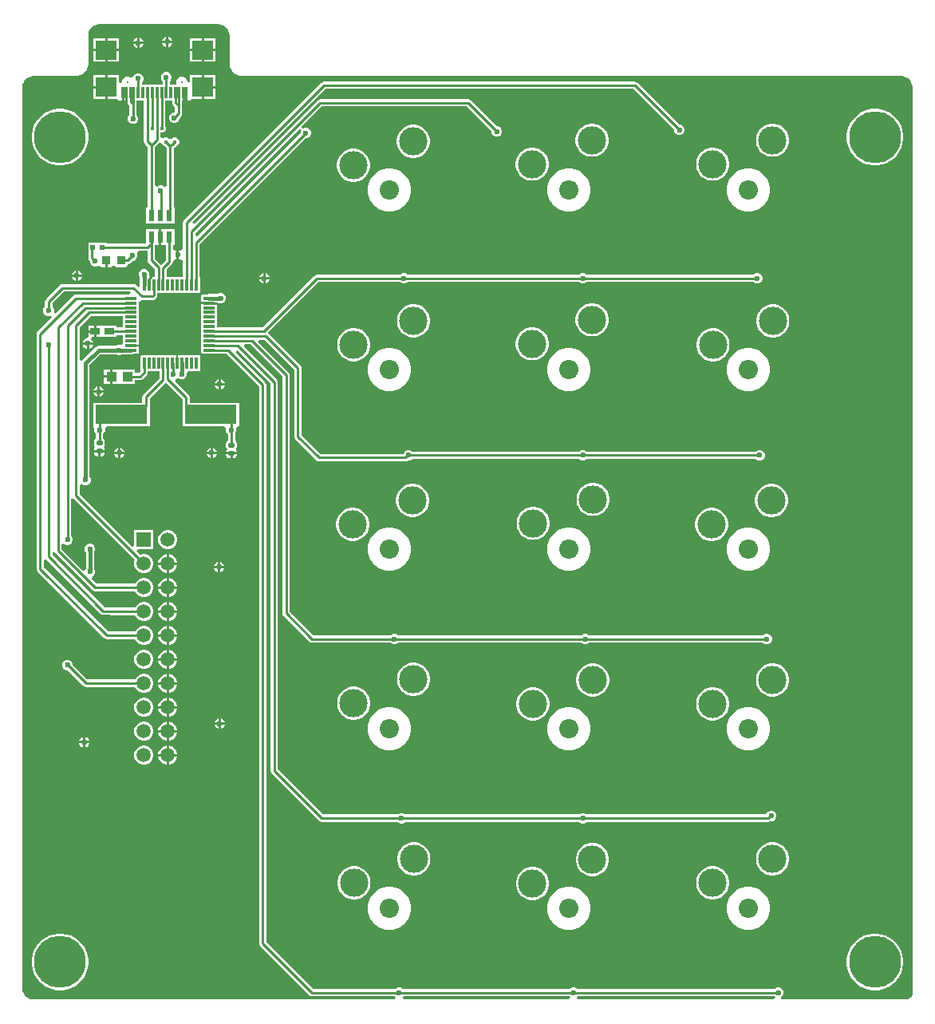
<source format=gtl>
G04*
G04 #@! TF.GenerationSoftware,Altium Limited,Altium Designer,25.8.1 (18)*
G04*
G04 Layer_Physical_Order=1*
G04 Layer_Color=255*
%FSLAX25Y25*%
%MOIN*%
G70*
G04*
G04 #@! TF.SameCoordinates,30180D15-08CE-447F-8257-B4AE3817E0F8*
G04*
G04*
G04 #@! TF.FilePolarity,Positive*
G04*
G01*
G75*
%ADD11C,0.01000*%
G04:AMPARAMS|DCode=16|XSize=34.25mil|YSize=36.61mil|CornerRadius=4.28mil|HoleSize=0mil|Usage=FLASHONLY|Rotation=180.000|XOffset=0mil|YOffset=0mil|HoleType=Round|Shape=RoundedRectangle|*
%AMROUNDEDRECTD16*
21,1,0.03425,0.02805,0,0,180.0*
21,1,0.02569,0.03661,0,0,180.0*
1,1,0.00856,-0.01284,0.01403*
1,1,0.00856,0.01284,0.01403*
1,1,0.00856,0.01284,-0.01403*
1,1,0.00856,-0.01284,-0.01403*
%
%ADD16ROUNDEDRECTD16*%
%ADD17R,0.01870X0.01968*%
G04:AMPARAMS|DCode=18|XSize=21.26mil|YSize=23.62mil|CornerRadius=2.66mil|HoleSize=0mil|Usage=FLASHONLY|Rotation=90.000|XOffset=0mil|YOffset=0mil|HoleType=Round|Shape=RoundedRectangle|*
%AMROUNDEDRECTD18*
21,1,0.02126,0.01831,0,0,90.0*
21,1,0.01595,0.02362,0,0,90.0*
1,1,0.00532,0.00915,0.00797*
1,1,0.00532,0.00915,-0.00797*
1,1,0.00532,-0.00915,-0.00797*
1,1,0.00532,-0.00915,0.00797*
%
%ADD18ROUNDEDRECTD18*%
%ADD19R,0.04331X0.03937*%
%ADD20R,0.01181X0.04724*%
%ADD21R,0.04724X0.01181*%
%ADD22R,0.02362X0.04724*%
%ADD23R,0.01181X0.04528*%
%ADD24R,0.08583X0.07874*%
%ADD44R,0.03937X0.02953*%
%ADD45R,0.21654X0.07874*%
%ADD46C,0.01500*%
%ADD47C,0.05937*%
%ADD48C,0.01280*%
%ADD49C,0.21654*%
%ADD50R,0.05937X0.05937*%
%ADD51C,0.08051*%
%ADD52C,0.11811*%
%ADD53C,0.02362*%
%ADD54C,0.01575*%
G36*
X201693Y407480D02*
X202185D01*
X203151Y407288D01*
X204061Y406911D01*
X204880Y406364D01*
X205577Y405668D01*
X206124Y404849D01*
X206501Y403939D01*
X206693Y402973D01*
Y402480D01*
X206693D01*
Y390827D01*
X206717Y390337D01*
X206908Y389375D01*
X207283Y388470D01*
X207828Y387655D01*
X208521Y386962D01*
X209336Y386417D01*
X210242Y386042D01*
X211203Y385851D01*
X211693Y385827D01*
X487126Y385827D01*
X487618D01*
X488584Y385635D01*
X489494Y385258D01*
X490313Y384711D01*
X491010Y384014D01*
X491557Y383195D01*
X491934Y382285D01*
X492126Y381319D01*
Y380827D01*
X492126D01*
Y3032D01*
Y2733D01*
X492009Y2147D01*
X491781Y1595D01*
X491449Y1099D01*
X491027Y677D01*
X490530Y345D01*
X489979Y117D01*
X489393Y0D01*
X437208D01*
X437009Y1000D01*
X437259Y1104D01*
X437873Y1717D01*
X438205Y2519D01*
Y3387D01*
X437873Y4188D01*
X437259Y4802D01*
X436457Y5134D01*
X435590D01*
X434788Y4802D01*
X434469Y4482D01*
X351949D01*
X351629Y4802D01*
X350828Y5134D01*
X349960D01*
X349158Y4802D01*
X348838Y4482D01*
X279114D01*
X278795Y4802D01*
X277993Y5134D01*
X277125D01*
X276324Y4802D01*
X276004Y4482D01*
X241775D01*
X222002Y24256D01*
Y256890D01*
X221885Y257475D01*
X221554Y257971D01*
X209511Y270014D01*
X209840Y271099D01*
X209978Y271127D01*
X223864Y257241D01*
Y95472D01*
X223981Y94887D01*
X224312Y94391D01*
X243997Y74706D01*
X244494Y74374D01*
X245079Y74258D01*
X276988D01*
X277308Y73938D01*
X278110Y73606D01*
X278977D01*
X279779Y73938D01*
X280099Y74258D01*
X352776D01*
X353095Y73938D01*
X353897Y73606D01*
X354765D01*
X355566Y73938D01*
X355886Y74258D01*
X431804D01*
X432389Y74374D01*
X432713Y74590D01*
X433505D01*
X434306Y74923D01*
X434920Y75536D01*
X435252Y76338D01*
Y77205D01*
X434920Y78007D01*
X434306Y78621D01*
X433505Y78953D01*
X432637D01*
X431835Y78621D01*
X431222Y78007D01*
X430936Y77317D01*
X355886D01*
X355566Y77636D01*
X354765Y77969D01*
X353897D01*
X353095Y77636D01*
X352776Y77317D01*
X280099D01*
X279779Y77636D01*
X278977Y77969D01*
X278110D01*
X277308Y77636D01*
X276988Y77317D01*
X245712D01*
X226923Y96106D01*
Y257874D01*
X226807Y258459D01*
X226475Y258956D01*
X212687Y272744D01*
X213070Y273668D01*
X215311D01*
X228786Y260193D01*
Y161417D01*
X228902Y160832D01*
X229234Y160336D01*
X240060Y149509D01*
X240556Y149178D01*
X241142Y149061D01*
X274035D01*
X274355Y148741D01*
X275157Y148409D01*
X276024D01*
X276826Y148741D01*
X277146Y149061D01*
X353760D01*
X354080Y148741D01*
X354881Y148409D01*
X355749D01*
X356551Y148741D01*
X356870Y149061D01*
X429547D01*
X429867Y148741D01*
X430668Y148409D01*
X431536D01*
X432338Y148741D01*
X432951Y149355D01*
X433284Y150157D01*
Y151024D01*
X432951Y151826D01*
X432338Y152440D01*
X431536Y152772D01*
X430668D01*
X429867Y152440D01*
X429547Y152120D01*
X356870D01*
X356551Y152440D01*
X355749Y152772D01*
X354881D01*
X354080Y152440D01*
X353760Y152120D01*
X277146D01*
X276826Y152440D01*
X276024Y152772D01*
X275157D01*
X274355Y152440D01*
X274035Y152120D01*
X241775D01*
X231844Y162051D01*
Y260827D01*
X231728Y261412D01*
X231396Y261908D01*
X218593Y274712D01*
X218975Y275636D01*
X221217D01*
X233707Y263146D01*
Y235236D01*
X233823Y234651D01*
X234155Y234155D01*
X243013Y225296D01*
X243509Y224965D01*
X244094Y224849D01*
X280229D01*
X280814Y224965D01*
X281138Y225181D01*
X281930D01*
X282732Y225513D01*
X283051Y225833D01*
X352776D01*
X353095Y225513D01*
X353897Y225181D01*
X354765D01*
X355566Y225513D01*
X355886Y225833D01*
X426594D01*
X426914Y225513D01*
X427716Y225181D01*
X428583D01*
X429385Y225513D01*
X429999Y226127D01*
X430331Y226928D01*
Y227796D01*
X429999Y228598D01*
X429385Y229211D01*
X428583Y229543D01*
X427716D01*
X426914Y229211D01*
X426594Y228892D01*
X355886D01*
X355566Y229211D01*
X354765Y229543D01*
X353897D01*
X353095Y229211D01*
X352776Y228892D01*
X283051D01*
X282732Y229211D01*
X281930Y229543D01*
X281062D01*
X280261Y229211D01*
X279647Y228598D01*
X279361Y227907D01*
X244728D01*
X236766Y235870D01*
Y263779D01*
X236649Y264365D01*
X236318Y264861D01*
X222932Y278247D01*
X222879Y278787D01*
X243744Y299652D01*
X277972D01*
X278292Y299332D01*
X279094Y299000D01*
X279961D01*
X280763Y299332D01*
X281083Y299652D01*
X352776D01*
X353095Y299332D01*
X353897Y299000D01*
X354765D01*
X355566Y299332D01*
X355886Y299652D01*
X425610D01*
X425930Y299332D01*
X426731Y299000D01*
X427599D01*
X428401Y299332D01*
X429014Y299946D01*
X429347Y300747D01*
Y301615D01*
X429014Y302417D01*
X428401Y303030D01*
X427599Y303362D01*
X426731D01*
X425930Y303030D01*
X425610Y302711D01*
X355886D01*
X355566Y303030D01*
X354765Y303362D01*
X353897D01*
X353095Y303030D01*
X352776Y302711D01*
X281083D01*
X280763Y303030D01*
X279961Y303362D01*
X279094D01*
X278292Y303030D01*
X277972Y302711D01*
X243110D01*
X242525Y302594D01*
X242029Y302262D01*
X220429Y280663D01*
X201591D01*
Y285417D01*
Y290074D01*
X202554Y290757D01*
X203422D01*
X204223Y291090D01*
X204837Y291703D01*
X205169Y292505D01*
Y293372D01*
X204837Y294174D01*
X204223Y294788D01*
X203422Y295120D01*
X202554D01*
X201752Y294788D01*
X201675Y294710D01*
X198241D01*
X197558Y294574D01*
X197453Y294504D01*
X195076D01*
X194631Y294828D01*
X194307Y295272D01*
Y301787D01*
X194246D01*
Y315383D01*
X238578Y359715D01*
X239030D01*
X239832Y360048D01*
X240446Y360661D01*
X240778Y361463D01*
Y362330D01*
X240446Y363132D01*
X239832Y363746D01*
X239030Y364078D01*
X238163D01*
X237361Y363746D01*
X236723Y364481D01*
X245220Y372978D01*
X305764D01*
X316224Y362518D01*
Y362066D01*
X316557Y361264D01*
X317170Y360651D01*
X317972Y360319D01*
X318839D01*
X319641Y360651D01*
X320255Y361264D01*
X320587Y362066D01*
Y362934D01*
X320255Y363736D01*
X319641Y364349D01*
X318839Y364681D01*
X318387D01*
X307479Y375589D01*
X306983Y375921D01*
X306398Y376037D01*
X244587D01*
X244001Y375921D01*
X243505Y375589D01*
X191994Y324078D01*
X190909Y324407D01*
X190881Y324545D01*
X246696Y380360D01*
X375351D01*
X392504Y363207D01*
Y362755D01*
X392836Y361953D01*
X393449Y361340D01*
X394251Y361008D01*
X395119D01*
X395920Y361340D01*
X396534Y361953D01*
X396866Y362755D01*
Y363623D01*
X396534Y364424D01*
X395920Y365038D01*
X395119Y365370D01*
X394667D01*
X377066Y382971D01*
X376570Y383303D01*
X375984Y383419D01*
X246063D01*
X245478Y383303D01*
X244982Y382971D01*
X187698Y325688D01*
X187367Y325192D01*
X187250Y324606D01*
Y313312D01*
X186275Y312873D01*
X185539Y313177D01*
Y311024D01*
Y308870D01*
X186275Y309175D01*
X187250Y308736D01*
Y301787D01*
X180466D01*
Y304967D01*
X182581Y307081D01*
X182913Y307577D01*
X183029Y308163D01*
Y308535D01*
X183307Y308765D01*
X184029Y309081D01*
X184539Y308870D01*
Y311024D01*
Y313177D01*
X184029Y312966D01*
X183307Y313282D01*
X183029Y313512D01*
Y315068D01*
X183681D01*
Y321793D01*
X178259D01*
Y318431D01*
Y315068D01*
X179970D01*
Y308796D01*
X178037Y306863D01*
X175524Y309377D01*
Y315068D01*
X177259D01*
Y318431D01*
Y321793D01*
X171838D01*
Y315733D01*
X171807Y315703D01*
X155526D01*
Y316158D01*
X152494D01*
X151655Y316158D01*
X150655Y316158D01*
X147624D01*
Y312189D01*
X147683D01*
Y309836D01*
X147800Y309250D01*
X148131Y308754D01*
X148397Y308488D01*
Y308036D01*
X148729Y307234D01*
X149343Y306621D01*
X150145Y306289D01*
X151012D01*
X151583Y306525D01*
X151917Y306585D01*
X152864Y306257D01*
X152883Y306229D01*
X153355Y305914D01*
X153912Y305803D01*
X154697D01*
Y308661D01*
X155697D01*
Y305803D01*
X156481D01*
X157038Y305914D01*
X157511Y306229D01*
X157721Y306543D01*
X158268Y306631D01*
X158815Y306543D01*
X159025Y306229D01*
X159497Y305914D01*
X160054Y305803D01*
X162623D01*
X163180Y305914D01*
X163653Y306229D01*
X163968Y306702D01*
X164058Y307152D01*
X164544Y307248D01*
X165041Y307580D01*
X166058Y308597D01*
X166510D01*
X167312Y308929D01*
X167925Y309543D01*
X168257Y310345D01*
Y311212D01*
X168079Y311644D01*
X168552Y312548D01*
X168664Y312644D01*
X172441D01*
X172465Y312624D01*
Y308743D01*
X172582Y308158D01*
X172913Y307662D01*
X175439Y305136D01*
Y301787D01*
X173621D01*
X173181Y302446D01*
Y303313D01*
X172849Y304115D01*
X172235Y304729D01*
X171434Y305061D01*
X170566D01*
X169764Y304729D01*
X169151Y304115D01*
X168819Y303313D01*
Y302446D01*
X169151Y301644D01*
X169247Y301548D01*
Y298457D01*
X169333Y298023D01*
X168480Y297462D01*
X167617Y298325D01*
X167121Y298657D01*
X166535Y298774D01*
X136819D01*
X136234Y298657D01*
X135738Y298325D01*
X130021Y292609D01*
X129689Y292112D01*
X129573Y291527D01*
Y289350D01*
X129253Y289031D01*
X128921Y288229D01*
Y287361D01*
X129253Y286560D01*
X129867Y285946D01*
X130668Y285614D01*
X131536D01*
X131719Y285690D01*
X132286Y284842D01*
X126478Y279034D01*
X126146Y278538D01*
X126030Y277953D01*
Y179921D01*
X126146Y179336D01*
X126478Y178840D01*
X154273Y151044D01*
X154769Y150713D01*
X155354Y150597D01*
X167167D01*
X167168Y150594D01*
X167691Y149689D01*
X168429Y148950D01*
X169334Y148428D01*
X170344Y148158D01*
X171389D01*
X172398Y148428D01*
X173303Y148950D01*
X174042Y149689D01*
X174564Y150594D01*
X174835Y151603D01*
Y152648D01*
X174564Y153658D01*
X174042Y154563D01*
X173303Y155302D01*
X172398Y155824D01*
X171389Y156095D01*
X170344D01*
X169334Y155824D01*
X168429Y155302D01*
X167691Y154563D01*
X167168Y153658D01*
X167167Y153655D01*
X155988D01*
X129088Y180555D01*
Y183554D01*
X129802Y183863D01*
X130088Y183890D01*
X152856Y161123D01*
X153352Y160792D01*
X153937Y160675D01*
X156770D01*
X157165Y160597D01*
X167167D01*
X167168Y160594D01*
X167691Y159689D01*
X168429Y158950D01*
X169334Y158428D01*
X170344Y158158D01*
X171389D01*
X172398Y158428D01*
X173303Y158950D01*
X174042Y159689D01*
X174564Y160594D01*
X174835Y161603D01*
Y162648D01*
X174564Y163658D01*
X174042Y164563D01*
X173303Y165302D01*
X172398Y165824D01*
X171389Y166095D01*
X170344D01*
X169334Y165824D01*
X168429Y165302D01*
X167691Y164563D01*
X167168Y163658D01*
X167167Y163655D01*
X157482D01*
X157087Y163734D01*
X154570D01*
X132632Y185673D01*
Y186691D01*
X133626Y186816D01*
X133958Y186320D01*
X149233Y171045D01*
X149730Y170713D01*
X150315Y170597D01*
X167167D01*
X167168Y170594D01*
X167691Y169689D01*
X168429Y168950D01*
X169334Y168428D01*
X170344Y168157D01*
X171389D01*
X172398Y168428D01*
X173303Y168950D01*
X174042Y169689D01*
X174564Y170594D01*
X174835Y171604D01*
Y172648D01*
X174564Y173658D01*
X174042Y174563D01*
X173303Y175302D01*
X172398Y175824D01*
X171389Y176094D01*
X170344D01*
X169334Y175824D01*
X168429Y175302D01*
X167691Y174563D01*
X167168Y173658D01*
X167167Y173655D01*
X150949D01*
X148969Y175635D01*
X149283Y176735D01*
X149661Y176891D01*
X150274Y177505D01*
X150606Y178306D01*
Y179174D01*
X150274Y179976D01*
X150209Y180040D01*
Y186889D01*
X150274Y186953D01*
X150606Y187755D01*
Y188623D01*
X150274Y189425D01*
X149661Y190038D01*
X148859Y190370D01*
X147991D01*
X147190Y190038D01*
X146576Y189425D01*
X146244Y188623D01*
Y187755D01*
X146576Y186953D01*
X146641Y186889D01*
Y180040D01*
X146576Y179976D01*
X146420Y179598D01*
X145320Y179284D01*
X136569Y188035D01*
Y190035D01*
X137569Y190449D01*
X137741Y190277D01*
X138542Y189945D01*
X139410D01*
X140212Y190277D01*
X140825Y190891D01*
X141157Y191692D01*
Y192560D01*
X140825Y193361D01*
X140506Y193681D01*
Y208987D01*
X141219Y209296D01*
X141506Y209324D01*
X167169Y183660D01*
X167168Y183658D01*
X166898Y182648D01*
Y181604D01*
X167168Y180594D01*
X167691Y179689D01*
X168429Y178950D01*
X169334Y178428D01*
X170344Y178157D01*
X171389D01*
X172398Y178428D01*
X173303Y178950D01*
X174042Y179689D01*
X174564Y180594D01*
X174835Y181604D01*
Y182648D01*
X174564Y183658D01*
X174042Y184563D01*
X173303Y185302D01*
X172398Y185824D01*
X171389Y186094D01*
X170344D01*
X169334Y185824D01*
X169332Y185823D01*
X167921Y187234D01*
X168304Y188157D01*
X174835D01*
Y196095D01*
X166898D01*
Y189564D01*
X165974Y189181D01*
X144049Y211106D01*
Y214903D01*
X145049Y215317D01*
X145198Y215168D01*
X146000Y214836D01*
X146867D01*
X147669Y215168D01*
X148283Y215782D01*
X148615Y216583D01*
Y217451D01*
X148283Y218253D01*
X148218Y218318D01*
Y264986D01*
X152733Y269501D01*
X159266D01*
X159331Y269436D01*
X160133Y269104D01*
X161001D01*
X161802Y269436D01*
X161854Y269488D01*
X165539D01*
X166221Y269624D01*
X166289Y269669D01*
X168704D01*
X169149Y269346D01*
X169473Y268901D01*
Y262580D01*
X168658Y261766D01*
X167142D01*
Y263205D01*
X161449D01*
X160811Y263205D01*
X159811Y263205D01*
X157783D01*
Y260236D01*
Y257268D01*
X159811D01*
X160449Y257268D01*
X161449Y257268D01*
X167142D01*
Y258707D01*
X169291D01*
X169877Y258823D01*
X170373Y259155D01*
X172144Y260927D01*
X172476Y261423D01*
X172592Y262008D01*
Y262386D01*
X177408D01*
Y259498D01*
X170698Y252788D01*
X170366Y252292D01*
X170250Y251707D01*
Y249254D01*
X149626D01*
Y239380D01*
X149626D01*
X150274Y238395D01*
Y237527D01*
X150606Y236725D01*
X150833Y236499D01*
Y234319D01*
X150534Y234119D01*
X150254Y233701D01*
X150156Y233207D01*
Y231612D01*
X150254Y231118D01*
X150528Y230709D01*
X150254Y230299D01*
X150156Y229805D01*
Y229508D01*
X152362D01*
X154568D01*
Y229805D01*
X154470Y230299D01*
X154196Y230709D01*
X154470Y231118D01*
X154568Y231612D01*
Y233207D01*
X154470Y233701D01*
X154190Y234119D01*
X153892Y234319D01*
Y236313D01*
X154305Y236725D01*
X154637Y237527D01*
Y238395D01*
X155311Y239380D01*
X173279D01*
Y247606D01*
X173309Y247754D01*
Y251073D01*
X179998Y257762D01*
X186998Y250762D01*
Y247754D01*
X187027Y247606D01*
Y239380D01*
X204463D01*
X205132Y238380D01*
X205097Y238296D01*
Y237429D01*
X205429Y236627D01*
X205951Y236105D01*
Y233531D01*
X205652Y233332D01*
X205373Y232913D01*
X205274Y232419D01*
Y230825D01*
X205373Y230331D01*
X205646Y229921D01*
X205373Y229512D01*
X205274Y229018D01*
Y228720D01*
X207480D01*
X209686D01*
Y229018D01*
X209588Y229512D01*
X209314Y229921D01*
X209588Y230331D01*
X209686Y230825D01*
Y232419D01*
X209588Y232913D01*
X209308Y233332D01*
X209010Y233531D01*
Y236509D01*
X209127Y236627D01*
X209459Y237429D01*
Y238296D01*
X209425Y238380D01*
X210093Y239380D01*
X210681D01*
Y249254D01*
X190057D01*
Y251395D01*
X189940Y251980D01*
X189609Y252477D01*
X184037Y258049D01*
X184271Y259228D01*
X184440Y259298D01*
X185025Y259884D01*
X185512Y259397D01*
X186314Y259065D01*
X187182D01*
X187983Y259397D01*
X188597Y260010D01*
X188929Y260812D01*
Y261680D01*
X189401Y262386D01*
X194307D01*
Y268901D01*
X194631Y269346D01*
X195076Y269669D01*
X201591D01*
Y269730D01*
X205469D01*
X218943Y256256D01*
Y23622D01*
X219059Y23037D01*
X219391Y22541D01*
X240060Y1871D01*
X240556Y1540D01*
X241142Y1423D01*
X275746D01*
X276148Y1000D01*
X275718Y0D01*
X124586D01*
X123620Y192D01*
X122710Y569D01*
X121891Y1116D01*
X121195Y1813D01*
X120648Y2632D01*
X120271Y3542D01*
X120079Y4507D01*
Y5000D01*
X120079Y5000D01*
X120079Y380827D01*
Y381319D01*
X120271Y382285D01*
X120648Y383195D01*
X121195Y384014D01*
X121891Y384711D01*
X122710Y385258D01*
X123620Y385635D01*
X124586Y385827D01*
X125079D01*
Y385827D01*
X142638D01*
X143128Y385851D01*
X144089Y386042D01*
X144995Y386417D01*
X145810Y386962D01*
X146503Y387655D01*
X147047Y388470D01*
X147423Y389375D01*
X147614Y390337D01*
X147638Y390827D01*
X147638Y402973D01*
X147830Y403939D01*
X148207Y404849D01*
X148754Y405668D01*
X149451Y406364D01*
X150269Y406911D01*
X151179Y407288D01*
X152145Y407480D01*
X152638D01*
Y407480D01*
X201693Y407480D01*
D02*
G37*
G36*
X236748Y363132D02*
X236416Y362330D01*
Y361878D01*
X193201Y318664D01*
X192277Y319047D01*
Y320036D01*
X236012Y363770D01*
X236748Y363132D01*
D02*
G37*
G36*
X194543Y294739D02*
X194866Y294295D01*
Y291323D01*
X197490D01*
X197558Y291277D01*
X198228Y291144D01*
Y290567D01*
X194866D01*
Y289354D01*
Y285417D01*
Y281480D01*
Y277543D01*
Y273606D01*
Y269879D01*
X194543Y269434D01*
X194098Y269110D01*
X185220D01*
Y266533D01*
X185131Y266399D01*
X185001Y265748D01*
X184476D01*
X184465Y265805D01*
Y269110D01*
X169682D01*
X169237Y269434D01*
X168913Y269879D01*
Y271638D01*
Y272851D01*
X166327D01*
X166221Y272921D01*
X165551Y273054D01*
Y273606D01*
X168913D01*
Y275575D01*
Y279512D01*
Y283449D01*
Y287386D01*
Y291473D01*
X169033Y291641D01*
X169913Y292204D01*
X170079Y292171D01*
X174414D01*
X174999Y292288D01*
X175496Y292619D01*
X176082Y293205D01*
X176413Y293701D01*
X176529Y294287D01*
Y295063D01*
X194098D01*
X194543Y294739D01*
D02*
G37*
G36*
X165366Y295504D02*
X164832Y294504D01*
X162189D01*
Y294443D01*
X142520D01*
X141934Y294326D01*
X141438Y293995D01*
X134055Y286612D01*
X133208Y287178D01*
X133283Y287361D01*
Y288229D01*
X132951Y289031D01*
X132632Y289350D01*
Y290894D01*
X137453Y295715D01*
X165225D01*
X165366Y295504D01*
D02*
G37*
G36*
X162189Y280663D02*
X159465D01*
Y281610D01*
X151091D01*
Y279134D01*
Y276658D01*
X159465D01*
Y277605D01*
X162189D01*
Y274054D01*
X161417Y273438D01*
X161189Y273388D01*
X161001Y273466D01*
X160133D01*
X159331Y273134D01*
X159266Y273069D01*
X151994D01*
X151994Y273069D01*
X151311Y272934D01*
X150732Y272547D01*
X150732Y272547D01*
X145172Y266986D01*
X145049Y266803D01*
X144049Y267106D01*
Y280863D01*
X148665Y285478D01*
X162189D01*
Y280663D01*
D02*
G37*
G36*
X434612Y1000D02*
X434183Y0D01*
X352235D01*
X351805Y1000D01*
X352207Y1423D01*
X434210D01*
X434612Y1000D01*
D02*
G37*
G36*
X348982D02*
X348553Y0D01*
X279400D01*
X278970Y1000D01*
X279372Y1423D01*
X348580D01*
X348982Y1000D01*
D02*
G37*
%LPC*%
G36*
X181209Y402154D02*
Y400500D01*
X182862D01*
X182558Y401235D01*
X181944Y401849D01*
X181209Y402154D01*
D02*
G37*
G36*
X180209D02*
X179473Y401849D01*
X178860Y401235D01*
X178555Y400500D01*
X180209D01*
Y402154D01*
D02*
G37*
G36*
X169004Y401760D02*
Y400106D01*
X170658D01*
X170353Y400842D01*
X169739Y401455D01*
X169004Y401760D01*
D02*
G37*
G36*
X168004D02*
X167269Y401455D01*
X166655Y400842D01*
X166350Y400106D01*
X168004D01*
Y401760D01*
D02*
G37*
G36*
X182862Y399500D02*
X181209D01*
Y397846D01*
X181944Y398151D01*
X182558Y398764D01*
X182862Y399500D01*
D02*
G37*
G36*
X180209D02*
X178555D01*
X178860Y398764D01*
X179473Y398151D01*
X180209Y397846D01*
Y399500D01*
D02*
G37*
G36*
X170658Y399106D02*
X169004D01*
Y397453D01*
X169739Y397757D01*
X170353Y398371D01*
X170658Y399106D01*
D02*
G37*
G36*
X168004D02*
X166350D01*
X166655Y398371D01*
X167269Y397757D01*
X168004Y397453D01*
Y399106D01*
D02*
G37*
G36*
X200740Y401525D02*
X195949D01*
Y397088D01*
X200740D01*
Y401525D01*
D02*
G37*
G36*
X160504D02*
X155712D01*
Y397088D01*
X160504D01*
Y401525D01*
D02*
G37*
G36*
X154712D02*
X149921D01*
Y397088D01*
X154712D01*
Y401525D01*
D02*
G37*
G36*
X194949D02*
X190157D01*
Y397088D01*
X194949D01*
Y401525D01*
D02*
G37*
G36*
X200740Y396088D02*
X195949D01*
Y391651D01*
X200740D01*
Y396088D01*
D02*
G37*
G36*
X194949D02*
X190157D01*
Y391651D01*
X194949D01*
Y396088D01*
D02*
G37*
G36*
X160504D02*
X155712D01*
Y391651D01*
X160504D01*
Y396088D01*
D02*
G37*
G36*
X154712D02*
X149921D01*
Y391651D01*
X154712D01*
Y396088D01*
D02*
G37*
G36*
X180686Y387344D02*
X179818D01*
X179016Y387012D01*
X178403Y386399D01*
X178071Y385597D01*
Y384729D01*
X178403Y383927D01*
X178722Y383608D01*
Y382116D01*
X169970D01*
Y383116D01*
X170290Y383435D01*
X170622Y384237D01*
Y385105D01*
X170290Y385906D01*
X169676Y386520D01*
X168875Y386852D01*
X168007D01*
X167205Y386520D01*
X166592Y385906D01*
X166351Y385324D01*
X165626Y385039D01*
X165260Y385001D01*
X165244Y385017D01*
X164406Y385364D01*
X163499D01*
X162661Y385017D01*
X162020Y384376D01*
X161673Y383538D01*
Y383347D01*
X161153Y382910D01*
X160638Y383058D01*
X160504Y383169D01*
Y386053D01*
X155712D01*
Y381116D01*
Y376179D01*
X159796D01*
X160551Y375588D01*
X161259Y375588D01*
X161642D01*
Y378852D01*
X162642D01*
Y375588D01*
X163762D01*
Y375020D01*
X163878Y374435D01*
X164210Y373939D01*
X164795Y373353D01*
X164844Y373321D01*
Y369395D01*
X164525Y369076D01*
X164193Y368274D01*
Y367406D01*
X164525Y366605D01*
X165138Y365991D01*
X165940Y365659D01*
X166808D01*
X167609Y365991D01*
X168223Y366605D01*
X168555Y367406D01*
Y368274D01*
X168223Y369076D01*
X167903Y369395D01*
Y375588D01*
X170848D01*
Y358391D01*
X170965Y357806D01*
X171296Y357310D01*
X172490Y356116D01*
Y330848D01*
X171838D01*
Y324124D01*
X183681D01*
Y330848D01*
X183413D01*
Y345233D01*
X183459Y345465D01*
Y355686D01*
X183719Y355945D01*
X183739Y355976D01*
X184283Y356520D01*
X184906Y356778D01*
X185409Y357280D01*
X185681Y357937D01*
Y358648D01*
X185409Y359305D01*
X184906Y359808D01*
X184249Y360080D01*
X183538D01*
X182881Y359808D01*
X182503Y359430D01*
X181925Y359360D01*
X181347Y359430D01*
X180969Y359808D01*
X180312Y360080D01*
X179601D01*
X178944Y359808D01*
X178844Y359708D01*
X177844Y360123D01*
Y362041D01*
X177985Y362135D01*
X178696D01*
X179353Y362407D01*
X179856Y362910D01*
X180128Y363567D01*
Y364278D01*
X179856Y364935D01*
X179841Y364949D01*
Y375588D01*
X182659D01*
Y374632D01*
X182776Y374046D01*
X183107Y373550D01*
X183841Y372817D01*
Y370639D01*
X183616Y370415D01*
X183164D01*
X182363Y370083D01*
X181749Y369469D01*
X181417Y368668D01*
Y367800D01*
X181749Y366998D01*
X182363Y366385D01*
X183164Y366053D01*
X184032D01*
X184834Y366385D01*
X185447Y366998D01*
X185779Y367800D01*
Y368252D01*
X186451Y368924D01*
X186783Y369420D01*
X186899Y370005D01*
Y373450D01*
Y375588D01*
X188020D01*
Y378852D01*
X189020D01*
Y375588D01*
X190110D01*
X190865Y376179D01*
X191110D01*
X194949D01*
Y381116D01*
Y386053D01*
X190157D01*
Y383169D01*
X190023Y383058D01*
X189508Y382910D01*
X188988Y383347D01*
Y383538D01*
X188641Y384376D01*
X188000Y385017D01*
X187162Y385364D01*
X186255D01*
X185417Y385017D01*
X184776Y384376D01*
X184429Y383538D01*
Y382631D01*
X184085Y382116D01*
X181781D01*
Y383608D01*
X182101Y383927D01*
X182433Y384729D01*
Y385597D01*
X182101Y386399D01*
X181487Y387012D01*
X180686Y387344D01*
D02*
G37*
G36*
X200740Y386053D02*
X195949D01*
Y381616D01*
X200740D01*
Y386053D01*
D02*
G37*
G36*
X154712D02*
X149921D01*
Y381616D01*
X154712D01*
Y386053D01*
D02*
G37*
G36*
X200740Y380616D02*
X195949D01*
Y376179D01*
X200740D01*
Y380616D01*
D02*
G37*
G36*
X154712D02*
X149921D01*
Y376179D01*
X154712D01*
Y380616D01*
D02*
G37*
G36*
X358849Y365843D02*
X357489D01*
X356155Y365577D01*
X354898Y365057D01*
X353767Y364301D01*
X352805Y363339D01*
X352050Y362208D01*
X351529Y360951D01*
X351264Y359617D01*
Y358257D01*
X351529Y356923D01*
X352050Y355666D01*
X352805Y354535D01*
X353767Y353573D01*
X354898Y352817D01*
X356155Y352297D01*
X357489Y352031D01*
X358849D01*
X360184Y352297D01*
X361440Y352817D01*
X362571Y353573D01*
X363533Y354535D01*
X364289Y355666D01*
X364809Y356923D01*
X365075Y358257D01*
Y359617D01*
X364809Y360951D01*
X364289Y362208D01*
X363533Y363339D01*
X362571Y364301D01*
X361440Y365057D01*
X360184Y365577D01*
X358849Y365843D01*
D02*
G37*
G36*
X434243Y365843D02*
X432883D01*
X431549Y365577D01*
X430292Y365057D01*
X429161Y364301D01*
X428199Y363339D01*
X427443Y362208D01*
X426923Y360951D01*
X426657Y359617D01*
Y358257D01*
X426923Y356923D01*
X427443Y355666D01*
X428199Y354535D01*
X429161Y353573D01*
X430292Y352817D01*
X431549Y352297D01*
X432883Y352031D01*
X434243D01*
X435577Y352297D01*
X436834Y352817D01*
X437965Y353573D01*
X438927Y354535D01*
X439683Y355666D01*
X440203Y356923D01*
X440469Y358257D01*
Y359617D01*
X440203Y360951D01*
X439683Y362208D01*
X438927Y363339D01*
X437965Y364301D01*
X436834Y365057D01*
X435577Y365577D01*
X434243Y365843D01*
D02*
G37*
G36*
X284145Y365331D02*
X282784D01*
X281450Y365065D01*
X280194Y364545D01*
X279063Y363789D01*
X278101Y362827D01*
X277345Y361696D01*
X276824Y360439D01*
X276559Y359105D01*
Y357745D01*
X276824Y356411D01*
X277345Y355154D01*
X278101Y354023D01*
X279063Y353061D01*
X280194Y352306D01*
X281450Y351785D01*
X282784Y351520D01*
X284145D01*
X285479Y351785D01*
X286736Y352306D01*
X287867Y353061D01*
X288828Y354023D01*
X289584Y355154D01*
X290105Y356411D01*
X290370Y357745D01*
Y359105D01*
X290105Y360439D01*
X289584Y361696D01*
X288828Y362827D01*
X287867Y363789D01*
X286736Y364545D01*
X285479Y365065D01*
X284145Y365331D01*
D02*
G37*
G36*
X477309Y372063D02*
X475447D01*
X473608Y371772D01*
X471838Y371197D01*
X470179Y370351D01*
X468673Y369257D01*
X467357Y367941D01*
X466263Y366435D01*
X465418Y364776D01*
X464842Y363006D01*
X464551Y361167D01*
Y359305D01*
X464842Y357467D01*
X465418Y355696D01*
X466263Y354038D01*
X467357Y352532D01*
X468673Y351215D01*
X470179Y350121D01*
X471838Y349276D01*
X473608Y348701D01*
X475447Y348410D01*
X477309D01*
X479147Y348701D01*
X480918Y349276D01*
X482577Y350121D01*
X484083Y351215D01*
X485399Y352532D01*
X486493Y354038D01*
X487338Y355696D01*
X487914Y357467D01*
X488205Y359305D01*
Y361167D01*
X487914Y363006D01*
X487338Y364776D01*
X486493Y366435D01*
X485399Y367941D01*
X484083Y369257D01*
X482577Y370351D01*
X480918Y371197D01*
X479147Y371772D01*
X477309Y372063D01*
D02*
G37*
G36*
X136758D02*
X134896D01*
X133057Y371772D01*
X131287Y371197D01*
X129628Y370351D01*
X128122Y369257D01*
X126806Y367941D01*
X125712Y366435D01*
X124866Y364776D01*
X124291Y363006D01*
X124000Y361167D01*
Y359305D01*
X124291Y357467D01*
X124866Y355696D01*
X125712Y354038D01*
X126806Y352532D01*
X128122Y351215D01*
X129628Y350121D01*
X131287Y349276D01*
X133057Y348701D01*
X134896Y348410D01*
X136758D01*
X138596Y348701D01*
X140367Y349276D01*
X142025Y350121D01*
X143531Y351215D01*
X144848Y352532D01*
X145942Y354038D01*
X146787Y355696D01*
X147362Y357467D01*
X147653Y359305D01*
Y361167D01*
X147362Y363006D01*
X146787Y364776D01*
X145942Y366435D01*
X144848Y367941D01*
X143531Y369257D01*
X142025Y370351D01*
X140367Y371197D01*
X138596Y371772D01*
X136758Y372063D01*
D02*
G37*
G36*
X333849Y355842D02*
X332489D01*
X331155Y355577D01*
X329898Y355057D01*
X328767Y354301D01*
X327805Y353339D01*
X327050Y352208D01*
X326529Y350951D01*
X326264Y349617D01*
Y348257D01*
X326529Y346923D01*
X327050Y345666D01*
X327805Y344535D01*
X328767Y343573D01*
X329898Y342817D01*
X331155Y342297D01*
X332489Y342032D01*
X333849D01*
X335184Y342297D01*
X336440Y342817D01*
X337571Y343573D01*
X338533Y344535D01*
X339289Y345666D01*
X339809Y346923D01*
X340075Y348257D01*
Y349617D01*
X339809Y350951D01*
X339289Y352208D01*
X338533Y353339D01*
X337571Y354301D01*
X336440Y355057D01*
X335184Y355577D01*
X333849Y355842D01*
D02*
G37*
G36*
X409243Y355842D02*
X407883D01*
X406549Y355577D01*
X405292Y355057D01*
X404161Y354301D01*
X403199Y353339D01*
X402443Y352208D01*
X401923Y350951D01*
X401657Y349617D01*
Y348257D01*
X401923Y346923D01*
X402443Y345666D01*
X403199Y344535D01*
X404161Y343573D01*
X405292Y342817D01*
X406549Y342297D01*
X407883Y342032D01*
X409243D01*
X410577Y342297D01*
X411834Y342817D01*
X412965Y343573D01*
X413927Y344535D01*
X414683Y345666D01*
X415203Y346923D01*
X415469Y348257D01*
Y349617D01*
X415203Y350951D01*
X414683Y352208D01*
X413927Y353339D01*
X412965Y354301D01*
X411834Y355057D01*
X410577Y355577D01*
X409243Y355842D01*
D02*
G37*
G36*
X259145Y355331D02*
X257784D01*
X256450Y355065D01*
X255194Y354545D01*
X254063Y353789D01*
X253101Y352827D01*
X252345Y351696D01*
X251824Y350440D01*
X251559Y349105D01*
Y347745D01*
X251824Y346411D01*
X252345Y345154D01*
X253101Y344023D01*
X254063Y343061D01*
X255194Y342306D01*
X256450Y341785D01*
X257784Y341520D01*
X259145D01*
X260479Y341785D01*
X261736Y342306D01*
X262867Y343061D01*
X263828Y344023D01*
X264584Y345154D01*
X265105Y346411D01*
X265370Y347745D01*
Y349105D01*
X265105Y350440D01*
X264584Y351696D01*
X263828Y352827D01*
X262867Y353789D01*
X261736Y354545D01*
X260479Y355065D01*
X259145Y355331D01*
D02*
G37*
G36*
X424317Y347239D02*
X422534D01*
X420785Y346891D01*
X419138Y346209D01*
X417656Y345219D01*
X416396Y343958D01*
X415405Y342476D01*
X414723Y340829D01*
X414375Y339080D01*
Y337298D01*
X414723Y335549D01*
X415405Y333902D01*
X416396Y332420D01*
X417656Y331159D01*
X419138Y330169D01*
X420785Y329487D01*
X422534Y329139D01*
X424317D01*
X426065Y329487D01*
X427712Y330169D01*
X429194Y331159D01*
X430455Y332420D01*
X431445Y333902D01*
X432127Y335549D01*
X432475Y337298D01*
Y339080D01*
X432127Y340829D01*
X431445Y342476D01*
X430455Y343958D01*
X429194Y345219D01*
X427712Y346209D01*
X426065Y346891D01*
X424317Y347239D01*
D02*
G37*
G36*
X349317D02*
X347534D01*
X345785Y346891D01*
X344138Y346209D01*
X342656Y345219D01*
X341396Y343958D01*
X340405Y342476D01*
X339723Y340829D01*
X339375Y339080D01*
Y337298D01*
X339723Y335549D01*
X340405Y333902D01*
X341396Y332420D01*
X342656Y331159D01*
X344138Y330169D01*
X345785Y329487D01*
X347534Y329139D01*
X349317D01*
X351065Y329487D01*
X352712Y330169D01*
X354194Y331159D01*
X355455Y332420D01*
X356445Y333902D01*
X357127Y335549D01*
X357475Y337298D01*
Y339080D01*
X357127Y340829D01*
X356445Y342476D01*
X355455Y343958D01*
X354194Y345219D01*
X352712Y346209D01*
X351065Y346891D01*
X349317Y347239D01*
D02*
G37*
G36*
X274317D02*
X272534D01*
X270785Y346891D01*
X269138Y346209D01*
X267656Y345219D01*
X266396Y343958D01*
X265405Y342476D01*
X264723Y340829D01*
X264375Y339080D01*
Y337298D01*
X264723Y335549D01*
X265405Y333902D01*
X266396Y332420D01*
X267656Y331159D01*
X269138Y330169D01*
X270785Y329487D01*
X272534Y329139D01*
X274317D01*
X276065Y329487D01*
X277712Y330169D01*
X279194Y331159D01*
X280455Y332420D01*
X281445Y333902D01*
X282127Y335549D01*
X282475Y337298D01*
Y339080D01*
X282127Y340829D01*
X281445Y342476D01*
X280455Y343958D01*
X279194Y345219D01*
X277712Y346209D01*
X276065Y346891D01*
X274317Y347239D01*
D02*
G37*
G36*
X143413Y304516D02*
Y302862D01*
X145067D01*
X144762Y303598D01*
X144149Y304211D01*
X143413Y304516D01*
D02*
G37*
G36*
X142413D02*
X141678Y304211D01*
X141064Y303598D01*
X140760Y302862D01*
X142413D01*
Y304516D01*
D02*
G37*
G36*
X221760Y303335D02*
Y301681D01*
X223413D01*
X223109Y302417D01*
X222495Y303030D01*
X221760Y303335D01*
D02*
G37*
G36*
X220760D02*
X220024Y303030D01*
X219411Y302417D01*
X219106Y301681D01*
X220760D01*
Y303335D01*
D02*
G37*
G36*
X145067Y301862D02*
X143413D01*
Y300208D01*
X144149Y300513D01*
X144762Y301127D01*
X145067Y301862D01*
D02*
G37*
G36*
X142413D02*
X140760D01*
X141064Y301127D01*
X141678Y300513D01*
X142413Y300208D01*
Y301862D01*
D02*
G37*
G36*
X223413Y300681D02*
X221760D01*
Y299027D01*
X222495Y299332D01*
X223109Y299946D01*
X223413Y300681D01*
D02*
G37*
G36*
X220760D02*
X219106D01*
X219411Y299946D01*
X220024Y299332D01*
X220760Y299027D01*
Y300681D01*
D02*
G37*
G36*
X358849Y290843D02*
X357489D01*
X356155Y290577D01*
X354898Y290057D01*
X353767Y289301D01*
X352805Y288339D01*
X352050Y287208D01*
X351529Y285951D01*
X351264Y284617D01*
Y283257D01*
X351529Y281923D01*
X352050Y280666D01*
X352805Y279535D01*
X353767Y278573D01*
X354898Y277817D01*
X356155Y277297D01*
X357489Y277031D01*
X358849D01*
X360184Y277297D01*
X361440Y277817D01*
X362571Y278573D01*
X363533Y279535D01*
X364289Y280666D01*
X364809Y281923D01*
X365075Y283257D01*
Y284617D01*
X364809Y285951D01*
X364289Y287208D01*
X363533Y288339D01*
X362571Y289301D01*
X361440Y290057D01*
X360184Y290577D01*
X358849Y290843D01*
D02*
G37*
G36*
X284243Y290449D02*
X282883D01*
X281549Y290183D01*
X280292Y289663D01*
X279161Y288907D01*
X278199Y287945D01*
X277443Y286814D01*
X276923Y285558D01*
X276658Y284223D01*
Y282863D01*
X276923Y281529D01*
X277443Y280272D01*
X278199Y279141D01*
X279161Y278179D01*
X280292Y277424D01*
X281549Y276903D01*
X282883Y276638D01*
X284243D01*
X285577Y276903D01*
X286834Y277424D01*
X287965Y278179D01*
X288927Y279141D01*
X289683Y280272D01*
X290203Y281529D01*
X290469Y282863D01*
Y284223D01*
X290203Y285558D01*
X289683Y286814D01*
X288927Y287945D01*
X287965Y288907D01*
X286834Y289663D01*
X285577Y290183D01*
X284243Y290449D01*
D02*
G37*
G36*
X434342Y290331D02*
X432981D01*
X431647Y290065D01*
X430390Y289545D01*
X429259Y288789D01*
X428298Y287827D01*
X427542Y286696D01*
X427021Y285439D01*
X426756Y284105D01*
Y282745D01*
X427021Y281411D01*
X427542Y280154D01*
X428298Y279023D01*
X429259Y278061D01*
X430390Y277306D01*
X431647Y276785D01*
X432981Y276520D01*
X434342D01*
X435676Y276785D01*
X436932Y277306D01*
X438063Y278061D01*
X439025Y279023D01*
X439781Y280154D01*
X440302Y281411D01*
X440567Y282745D01*
Y284105D01*
X440302Y285439D01*
X439781Y286696D01*
X439025Y287827D01*
X438063Y288789D01*
X436932Y289545D01*
X435676Y290065D01*
X434342Y290331D01*
D02*
G37*
G36*
X333849Y280842D02*
X332489D01*
X331155Y280577D01*
X329898Y280057D01*
X328767Y279301D01*
X327805Y278339D01*
X327050Y277208D01*
X326529Y275951D01*
X326264Y274617D01*
Y273257D01*
X326529Y271923D01*
X327050Y270666D01*
X327805Y269535D01*
X328767Y268573D01*
X329898Y267817D01*
X331155Y267297D01*
X332489Y267032D01*
X333849D01*
X335184Y267297D01*
X336440Y267817D01*
X337571Y268573D01*
X338533Y269535D01*
X339289Y270666D01*
X339809Y271923D01*
X340075Y273257D01*
Y274617D01*
X339809Y275951D01*
X339289Y277208D01*
X338533Y278339D01*
X337571Y279301D01*
X336440Y280057D01*
X335184Y280577D01*
X333849Y280842D01*
D02*
G37*
G36*
X259243Y280449D02*
X257883D01*
X256549Y280183D01*
X255292Y279663D01*
X254161Y278907D01*
X253199Y277945D01*
X252443Y276814D01*
X251923Y275558D01*
X251658Y274223D01*
Y272863D01*
X251923Y271529D01*
X252443Y270272D01*
X253199Y269141D01*
X254161Y268179D01*
X255292Y267424D01*
X256549Y266903D01*
X257883Y266638D01*
X259243D01*
X260577Y266903D01*
X261834Y267424D01*
X262965Y268179D01*
X263927Y269141D01*
X264683Y270272D01*
X265203Y271529D01*
X265469Y272863D01*
Y274223D01*
X265203Y275558D01*
X264683Y276814D01*
X263927Y277945D01*
X262965Y278907D01*
X261834Y279663D01*
X260577Y280183D01*
X259243Y280449D01*
D02*
G37*
G36*
X409342Y280331D02*
X407981D01*
X406647Y280065D01*
X405390Y279545D01*
X404259Y278789D01*
X403298Y277827D01*
X402542Y276696D01*
X402021Y275440D01*
X401756Y274105D01*
Y272745D01*
X402021Y271411D01*
X402542Y270154D01*
X403298Y269023D01*
X404259Y268061D01*
X405390Y267306D01*
X406647Y266785D01*
X407981Y266520D01*
X409342D01*
X410676Y266785D01*
X411932Y267306D01*
X413063Y268061D01*
X414025Y269023D01*
X414781Y270154D01*
X415302Y271411D01*
X415567Y272745D01*
Y274105D01*
X415302Y275440D01*
X414781Y276696D01*
X414025Y277827D01*
X413063Y278789D01*
X411932Y279545D01*
X410676Y280065D01*
X409342Y280331D01*
D02*
G37*
G36*
X156783Y263205D02*
X154118D01*
Y260736D01*
X156783D01*
Y263205D01*
D02*
G37*
G36*
X203047Y259134D02*
Y257480D01*
X204701D01*
X204397Y258216D01*
X203783Y258829D01*
X203047Y259134D01*
D02*
G37*
G36*
X202047D02*
X201312Y258829D01*
X200698Y258216D01*
X200394Y257480D01*
X202047D01*
Y259134D01*
D02*
G37*
G36*
X156783Y259736D02*
X154118D01*
Y257268D01*
X156783D01*
Y259736D01*
D02*
G37*
G36*
X204701Y256480D02*
X203047D01*
Y254827D01*
X203783Y255131D01*
X204397Y255745D01*
X204701Y256480D01*
D02*
G37*
G36*
X202047D02*
X200394D01*
X200698Y255745D01*
X201312Y255131D01*
X202047Y254827D01*
Y256480D01*
D02*
G37*
G36*
X152469Y256091D02*
Y254437D01*
X154122D01*
X153818Y255172D01*
X153204Y255786D01*
X152469Y256091D01*
D02*
G37*
G36*
X151469D02*
X150733Y255786D01*
X150119Y255172D01*
X149815Y254437D01*
X151469D01*
Y256091D01*
D02*
G37*
G36*
X424317Y272239D02*
X422534D01*
X420785Y271891D01*
X419138Y271209D01*
X417656Y270219D01*
X416396Y268958D01*
X415405Y267476D01*
X414723Y265829D01*
X414375Y264080D01*
Y262298D01*
X414723Y260549D01*
X415405Y258902D01*
X416396Y257420D01*
X417656Y256159D01*
X419138Y255169D01*
X420785Y254487D01*
X422534Y254139D01*
X424317D01*
X426065Y254487D01*
X427712Y255169D01*
X429194Y256159D01*
X430455Y257420D01*
X431445Y258902D01*
X432127Y260549D01*
X432475Y262298D01*
Y264080D01*
X432127Y265829D01*
X431445Y267476D01*
X430455Y268958D01*
X429194Y270219D01*
X427712Y271209D01*
X426065Y271891D01*
X424317Y272239D01*
D02*
G37*
G36*
X349317D02*
X347534D01*
X345785Y271891D01*
X344138Y271209D01*
X342656Y270219D01*
X341396Y268958D01*
X340405Y267476D01*
X339723Y265829D01*
X339375Y264080D01*
Y262298D01*
X339723Y260549D01*
X340405Y258902D01*
X341396Y257420D01*
X342656Y256159D01*
X344138Y255169D01*
X345785Y254487D01*
X347534Y254139D01*
X349317D01*
X351065Y254487D01*
X352712Y255169D01*
X354194Y256159D01*
X355455Y257420D01*
X356445Y258902D01*
X357127Y260549D01*
X357475Y262298D01*
Y264080D01*
X357127Y265829D01*
X356445Y267476D01*
X355455Y268958D01*
X354194Y270219D01*
X352712Y271209D01*
X351065Y271891D01*
X349317Y272239D01*
D02*
G37*
G36*
X274317D02*
X272534D01*
X270785Y271891D01*
X269138Y271209D01*
X267656Y270219D01*
X266396Y268958D01*
X265405Y267476D01*
X264723Y265829D01*
X264375Y264080D01*
Y262298D01*
X264723Y260549D01*
X265405Y258902D01*
X266396Y257420D01*
X267656Y256159D01*
X269138Y255169D01*
X270785Y254487D01*
X272534Y254139D01*
X274317D01*
X276065Y254487D01*
X277712Y255169D01*
X279194Y256159D01*
X280455Y257420D01*
X281445Y258902D01*
X282127Y260549D01*
X282475Y262298D01*
Y264080D01*
X282127Y265829D01*
X281445Y267476D01*
X280455Y268958D01*
X279194Y270219D01*
X277712Y271209D01*
X276065Y271891D01*
X274317Y272239D01*
D02*
G37*
G36*
X154122Y253437D02*
X152469D01*
Y251783D01*
X153204Y252088D01*
X153818Y252701D01*
X154122Y253437D01*
D02*
G37*
G36*
X151469D02*
X149815D01*
X150119Y252701D01*
X150733Y252088D01*
X151469Y251783D01*
Y253437D01*
D02*
G37*
G36*
X199713Y230500D02*
Y228847D01*
X201366D01*
X201062Y229582D01*
X200448Y230195D01*
X199713Y230500D01*
D02*
G37*
G36*
X198713D02*
X197977Y230195D01*
X197364Y229582D01*
X197059Y228847D01*
X198713D01*
Y230500D01*
D02*
G37*
G36*
X161130D02*
Y228847D01*
X162784D01*
X162479Y229582D01*
X161865Y230195D01*
X161130Y230500D01*
D02*
G37*
G36*
X160130D02*
X159394Y230195D01*
X158781Y229582D01*
X158476Y228847D01*
X160130D01*
Y230500D01*
D02*
G37*
G36*
X154568Y228508D02*
X152862D01*
Y226920D01*
X153278D01*
X153771Y227018D01*
X154190Y227298D01*
X154470Y227717D01*
X154568Y228211D01*
Y228508D01*
D02*
G37*
G36*
X151862D02*
X150156D01*
Y228211D01*
X150254Y227717D01*
X150534Y227298D01*
X150953Y227018D01*
X151447Y226920D01*
X151862D01*
Y228508D01*
D02*
G37*
G36*
X201366Y227847D02*
X199713D01*
Y226193D01*
X200448Y226497D01*
X201062Y227111D01*
X201366Y227847D01*
D02*
G37*
G36*
X198713D02*
X197059D01*
X197364Y227111D01*
X197977Y226497D01*
X198713Y226193D01*
Y227847D01*
D02*
G37*
G36*
X162784D02*
X161130D01*
Y226193D01*
X161865Y226497D01*
X162479Y227111D01*
X162784Y227847D01*
D02*
G37*
G36*
X160130D02*
X158476D01*
X158781Y227111D01*
X159394Y226497D01*
X160130Y226193D01*
Y227847D01*
D02*
G37*
G36*
X209686Y227720D02*
X207980D01*
Y226133D01*
X208396D01*
X208890Y226231D01*
X209308Y226511D01*
X209588Y226929D01*
X209686Y227423D01*
Y227720D01*
D02*
G37*
G36*
X206980D02*
X205274D01*
Y227423D01*
X205373Y226929D01*
X205652Y226511D01*
X206071Y226231D01*
X206565Y226133D01*
X206980D01*
Y227720D01*
D02*
G37*
G36*
X359243Y215843D02*
X357883D01*
X356549Y215577D01*
X355292Y215057D01*
X354161Y214301D01*
X353199Y213339D01*
X352443Y212208D01*
X351923Y210951D01*
X351658Y209617D01*
Y208257D01*
X351923Y206923D01*
X352443Y205666D01*
X353199Y204535D01*
X354161Y203573D01*
X355292Y202817D01*
X356549Y202297D01*
X357883Y202031D01*
X359243D01*
X360577Y202297D01*
X361834Y202817D01*
X362965Y203573D01*
X363927Y204535D01*
X364683Y205666D01*
X365203Y206923D01*
X365469Y208257D01*
Y209617D01*
X365203Y210951D01*
X364683Y212208D01*
X363927Y213339D01*
X362965Y214301D01*
X361834Y215057D01*
X360577Y215577D01*
X359243Y215843D01*
D02*
G37*
G36*
X283849Y215449D02*
X282489D01*
X281155Y215183D01*
X279898Y214663D01*
X278767Y213907D01*
X277805Y212945D01*
X277050Y211814D01*
X276529Y210558D01*
X276264Y209223D01*
Y207863D01*
X276529Y206529D01*
X277050Y205272D01*
X277805Y204141D01*
X278767Y203179D01*
X279898Y202424D01*
X281155Y201903D01*
X282489Y201638D01*
X283849D01*
X285184Y201903D01*
X286440Y202424D01*
X287571Y203179D01*
X288533Y204141D01*
X289289Y205272D01*
X289809Y206529D01*
X290075Y207863D01*
Y209223D01*
X289809Y210558D01*
X289289Y211814D01*
X288533Y212945D01*
X287571Y213907D01*
X286440Y214663D01*
X285184Y215183D01*
X283849Y215449D01*
D02*
G37*
G36*
X433751Y215331D02*
X432391D01*
X431057Y215065D01*
X429800Y214545D01*
X428669Y213789D01*
X427707Y212827D01*
X426951Y211696D01*
X426431Y210439D01*
X426165Y209105D01*
Y207745D01*
X426431Y206411D01*
X426951Y205154D01*
X427707Y204023D01*
X428669Y203061D01*
X429800Y202306D01*
X431057Y201785D01*
X432391Y201520D01*
X433751D01*
X435085Y201785D01*
X436342Y202306D01*
X437473Y203061D01*
X438435Y204023D01*
X439190Y205154D01*
X439711Y206411D01*
X439976Y207745D01*
Y209105D01*
X439711Y210439D01*
X439190Y211696D01*
X438435Y212827D01*
X437473Y213789D01*
X436342Y214545D01*
X435085Y215065D01*
X433751Y215331D01*
D02*
G37*
G36*
X334243Y205842D02*
X332883D01*
X331549Y205577D01*
X330292Y205057D01*
X329161Y204301D01*
X328199Y203339D01*
X327443Y202208D01*
X326923Y200951D01*
X326658Y199617D01*
Y198257D01*
X326923Y196923D01*
X327443Y195666D01*
X328199Y194535D01*
X329161Y193573D01*
X330292Y192817D01*
X331549Y192297D01*
X332883Y192032D01*
X334243D01*
X335577Y192297D01*
X336834Y192817D01*
X337965Y193573D01*
X338927Y194535D01*
X339683Y195666D01*
X340203Y196923D01*
X340469Y198257D01*
Y199617D01*
X340203Y200951D01*
X339683Y202208D01*
X338927Y203339D01*
X337965Y204301D01*
X336834Y205057D01*
X335577Y205577D01*
X334243Y205842D01*
D02*
G37*
G36*
X258849Y205449D02*
X257489D01*
X256155Y205183D01*
X254898Y204663D01*
X253767Y203907D01*
X252805Y202945D01*
X252050Y201814D01*
X251529Y200558D01*
X251264Y199223D01*
Y197863D01*
X251529Y196529D01*
X252050Y195272D01*
X252805Y194141D01*
X253767Y193179D01*
X254898Y192424D01*
X256155Y191903D01*
X257489Y191638D01*
X258849D01*
X260184Y191903D01*
X261440Y192424D01*
X262571Y193179D01*
X263533Y194141D01*
X264289Y195272D01*
X264809Y196529D01*
X265075Y197863D01*
Y199223D01*
X264809Y200558D01*
X264289Y201814D01*
X263533Y202945D01*
X262571Y203907D01*
X261440Y204663D01*
X260184Y205183D01*
X258849Y205449D01*
D02*
G37*
G36*
X408751Y205331D02*
X407391D01*
X406057Y205065D01*
X404800Y204545D01*
X403669Y203789D01*
X402707Y202827D01*
X401951Y201696D01*
X401431Y200440D01*
X401165Y199105D01*
Y197745D01*
X401431Y196411D01*
X401951Y195154D01*
X402707Y194023D01*
X403669Y193061D01*
X404800Y192306D01*
X406057Y191785D01*
X407391Y191520D01*
X408751D01*
X410085Y191785D01*
X411342Y192306D01*
X412473Y193061D01*
X413435Y194023D01*
X414190Y195154D01*
X414711Y196411D01*
X414976Y197745D01*
Y199105D01*
X414711Y200440D01*
X414190Y201696D01*
X413435Y202827D01*
X412473Y203789D01*
X411342Y204545D01*
X410085Y205065D01*
X408751Y205331D01*
D02*
G37*
G36*
X181389Y196095D02*
X180344D01*
X179334Y195824D01*
X178429Y195302D01*
X177691Y194563D01*
X177168Y193658D01*
X176898Y192648D01*
Y191604D01*
X177168Y190594D01*
X177691Y189689D01*
X178429Y188950D01*
X179334Y188428D01*
X180344Y188157D01*
X181389D01*
X182398Y188428D01*
X183303Y188950D01*
X184042Y189689D01*
X184564Y190594D01*
X184835Y191604D01*
Y192648D01*
X184564Y193658D01*
X184042Y194563D01*
X183303Y195302D01*
X182398Y195824D01*
X181389Y196095D01*
D02*
G37*
G36*
Y186094D02*
X181366D01*
Y182626D01*
X184835D01*
Y182648D01*
X184564Y183658D01*
X184042Y184563D01*
X183303Y185302D01*
X182398Y185824D01*
X181389Y186094D01*
D02*
G37*
G36*
X180366D02*
X180344D01*
X179334Y185824D01*
X178429Y185302D01*
X177691Y184563D01*
X177168Y183658D01*
X176898Y182648D01*
Y182626D01*
X180366D01*
Y186094D01*
D02*
G37*
G36*
X202862Y182862D02*
Y181209D01*
X204516D01*
X204211Y181944D01*
X203598Y182558D01*
X202862Y182862D01*
D02*
G37*
G36*
X201862D02*
X201127Y182558D01*
X200513Y181944D01*
X200208Y181209D01*
X201862D01*
Y182862D01*
D02*
G37*
G36*
X424317Y197239D02*
X422534D01*
X420785Y196891D01*
X419138Y196209D01*
X417656Y195219D01*
X416396Y193958D01*
X415405Y192476D01*
X414723Y190829D01*
X414375Y189080D01*
Y187298D01*
X414723Y185549D01*
X415405Y183902D01*
X416396Y182420D01*
X417656Y181159D01*
X419138Y180169D01*
X420785Y179487D01*
X422534Y179139D01*
X424317D01*
X426065Y179487D01*
X427712Y180169D01*
X429194Y181159D01*
X430455Y182420D01*
X431445Y183902D01*
X432127Y185549D01*
X432475Y187298D01*
Y189080D01*
X432127Y190829D01*
X431445Y192476D01*
X430455Y193958D01*
X429194Y195219D01*
X427712Y196209D01*
X426065Y196891D01*
X424317Y197239D01*
D02*
G37*
G36*
X349317D02*
X347534D01*
X345785Y196891D01*
X344138Y196209D01*
X342656Y195219D01*
X341396Y193958D01*
X340405Y192476D01*
X339723Y190829D01*
X339375Y189080D01*
Y187298D01*
X339723Y185549D01*
X340405Y183902D01*
X341396Y182420D01*
X342656Y181159D01*
X344138Y180169D01*
X345785Y179487D01*
X347534Y179139D01*
X349317D01*
X351065Y179487D01*
X352712Y180169D01*
X354194Y181159D01*
X355455Y182420D01*
X356445Y183902D01*
X357127Y185549D01*
X357475Y187298D01*
Y189080D01*
X357127Y190829D01*
X356445Y192476D01*
X355455Y193958D01*
X354194Y195219D01*
X352712Y196209D01*
X351065Y196891D01*
X349317Y197239D01*
D02*
G37*
G36*
X274317D02*
X272534D01*
X270785Y196891D01*
X269138Y196209D01*
X267656Y195219D01*
X266396Y193958D01*
X265405Y192476D01*
X264723Y190829D01*
X264375Y189080D01*
Y187298D01*
X264723Y185549D01*
X265405Y183902D01*
X266396Y182420D01*
X267656Y181159D01*
X269138Y180169D01*
X270785Y179487D01*
X272534Y179139D01*
X274317D01*
X276065Y179487D01*
X277712Y180169D01*
X279194Y181159D01*
X280455Y182420D01*
X281445Y183902D01*
X282127Y185549D01*
X282475Y187298D01*
Y189080D01*
X282127Y190829D01*
X281445Y192476D01*
X280455Y193958D01*
X279194Y195219D01*
X277712Y196209D01*
X276065Y196891D01*
X274317Y197239D01*
D02*
G37*
G36*
X204516Y180209D02*
X202862D01*
Y178555D01*
X203598Y178860D01*
X204211Y179473D01*
X204516Y180209D01*
D02*
G37*
G36*
X201862D02*
X200208D01*
X200513Y179473D01*
X201127Y178860D01*
X201862Y178555D01*
Y180209D01*
D02*
G37*
G36*
X184835Y181626D02*
X181366D01*
Y178157D01*
X181389D01*
X182398Y178428D01*
X183303Y178950D01*
X184042Y179689D01*
X184564Y180594D01*
X184835Y181604D01*
Y181626D01*
D02*
G37*
G36*
X180366D02*
X176898D01*
Y181604D01*
X177168Y180594D01*
X177691Y179689D01*
X178429Y178950D01*
X179334Y178428D01*
X180344Y178157D01*
X180366D01*
Y181626D01*
D02*
G37*
G36*
X181389Y176094D02*
X181366D01*
Y172626D01*
X184835D01*
Y172648D01*
X184564Y173658D01*
X184042Y174563D01*
X183303Y175302D01*
X182398Y175824D01*
X181389Y176094D01*
D02*
G37*
G36*
X180366D02*
X180344D01*
X179334Y175824D01*
X178429Y175302D01*
X177691Y174563D01*
X177168Y173658D01*
X176898Y172648D01*
Y172626D01*
X180366D01*
Y176094D01*
D02*
G37*
G36*
X184835Y171626D02*
X181366D01*
Y168157D01*
X181389D01*
X182398Y168428D01*
X183303Y168950D01*
X184042Y169689D01*
X184564Y170594D01*
X184835Y171604D01*
Y171626D01*
D02*
G37*
G36*
X180366D02*
X176898D01*
Y171604D01*
X177168Y170594D01*
X177691Y169689D01*
X178429Y168950D01*
X179334Y168428D01*
X180344Y168157D01*
X180366D01*
Y171626D01*
D02*
G37*
G36*
X181389Y166095D02*
X181366D01*
Y162626D01*
X184835D01*
Y162648D01*
X184564Y163658D01*
X184042Y164563D01*
X183303Y165302D01*
X182398Y165824D01*
X181389Y166095D01*
D02*
G37*
G36*
X180366D02*
X180344D01*
X179334Y165824D01*
X178429Y165302D01*
X177691Y164563D01*
X177168Y163658D01*
X176898Y162648D01*
Y162626D01*
X180366D01*
Y166095D01*
D02*
G37*
G36*
X184835Y161626D02*
X181366D01*
Y158158D01*
X181389D01*
X182398Y158428D01*
X183303Y158950D01*
X184042Y159689D01*
X184564Y160594D01*
X184835Y161603D01*
Y161626D01*
D02*
G37*
G36*
X180366D02*
X176898D01*
Y161603D01*
X177168Y160594D01*
X177691Y159689D01*
X178429Y158950D01*
X179334Y158428D01*
X180344Y158158D01*
X180366D01*
Y161626D01*
D02*
G37*
G36*
X181389Y156095D02*
X181366D01*
Y152626D01*
X184835D01*
Y152648D01*
X184564Y153658D01*
X184042Y154563D01*
X183303Y155302D01*
X182398Y155824D01*
X181389Y156095D01*
D02*
G37*
G36*
X180366D02*
X180344D01*
X179334Y155824D01*
X178429Y155302D01*
X177691Y154563D01*
X177168Y153658D01*
X176898Y152648D01*
Y152626D01*
X180366D01*
Y156095D01*
D02*
G37*
G36*
X184835Y151626D02*
X181366D01*
Y148158D01*
X181389D01*
X182398Y148428D01*
X183303Y148950D01*
X184042Y149689D01*
X184564Y150594D01*
X184835Y151603D01*
Y151626D01*
D02*
G37*
G36*
X180366D02*
X176898D01*
Y151603D01*
X177168Y150594D01*
X177691Y149689D01*
X178429Y148950D01*
X179334Y148428D01*
X180344Y148158D01*
X180366D01*
Y151626D01*
D02*
G37*
G36*
X181389Y146095D02*
X181366D01*
Y142626D01*
X184835D01*
Y142648D01*
X184564Y143658D01*
X184042Y144563D01*
X183303Y145302D01*
X182398Y145824D01*
X181389Y146095D01*
D02*
G37*
G36*
X180366D02*
X180344D01*
X179334Y145824D01*
X178429Y145302D01*
X177691Y144563D01*
X177168Y143658D01*
X176898Y142648D01*
Y142626D01*
X180366D01*
Y146095D01*
D02*
G37*
G36*
X184835Y141626D02*
X181366D01*
Y138157D01*
X181389D01*
X182398Y138428D01*
X183303Y138950D01*
X184042Y139689D01*
X184564Y140594D01*
X184835Y141604D01*
Y141626D01*
D02*
G37*
G36*
X180366D02*
X176898D01*
Y141604D01*
X177168Y140594D01*
X177691Y139689D01*
X178429Y138950D01*
X179334Y138428D01*
X180344Y138157D01*
X180366D01*
Y141626D01*
D02*
G37*
G36*
X171389Y146095D02*
X170344D01*
X169334Y145824D01*
X168429Y145302D01*
X167691Y144563D01*
X167168Y143658D01*
X166898Y142648D01*
Y141604D01*
X167168Y140594D01*
X167691Y139689D01*
X168429Y138950D01*
X169334Y138428D01*
X170344Y138157D01*
X171389D01*
X172398Y138428D01*
X173303Y138950D01*
X174042Y139689D01*
X174564Y140594D01*
X174835Y141604D01*
Y142648D01*
X174564Y143658D01*
X174042Y144563D01*
X173303Y145302D01*
X172398Y145824D01*
X171389Y146095D01*
D02*
G37*
G36*
X181389Y136094D02*
X181366D01*
Y132626D01*
X184835D01*
Y132648D01*
X184564Y133658D01*
X184042Y134563D01*
X183303Y135302D01*
X182398Y135824D01*
X181389Y136094D01*
D02*
G37*
G36*
X180366D02*
X180344D01*
X179334Y135824D01*
X178429Y135302D01*
X177691Y134563D01*
X177168Y133658D01*
X176898Y132648D01*
Y132626D01*
X180366D01*
Y136094D01*
D02*
G37*
G36*
X184835Y131626D02*
X181366D01*
Y128157D01*
X181389D01*
X182398Y128428D01*
X183303Y128950D01*
X184042Y129689D01*
X184564Y130594D01*
X184835Y131604D01*
Y131626D01*
D02*
G37*
G36*
X180366D02*
X176898D01*
Y131604D01*
X177168Y130594D01*
X177691Y129689D01*
X178429Y128950D01*
X179334Y128428D01*
X180344Y128157D01*
X180366D01*
Y131626D01*
D02*
G37*
G36*
X139410Y141945D02*
X138542D01*
X137741Y141613D01*
X137127Y140999D01*
X136795Y140198D01*
Y139330D01*
X137127Y138528D01*
X137741Y137915D01*
X138542Y137583D01*
X138995D01*
X145533Y131044D01*
X146029Y130713D01*
X146614Y130597D01*
X167167D01*
X167168Y130594D01*
X167691Y129689D01*
X168429Y128950D01*
X169334Y128428D01*
X170344Y128157D01*
X171389D01*
X172398Y128428D01*
X173303Y128950D01*
X174042Y129689D01*
X174564Y130594D01*
X174835Y131604D01*
Y132648D01*
X174564Y133658D01*
X174042Y134563D01*
X173303Y135302D01*
X172398Y135824D01*
X171389Y136094D01*
X170344D01*
X169334Y135824D01*
X168429Y135302D01*
X167691Y134563D01*
X167168Y133658D01*
X167167Y133655D01*
X147248D01*
X141157Y139746D01*
Y140198D01*
X140825Y140999D01*
X140212Y141613D01*
X139410Y141945D01*
D02*
G37*
G36*
X284243Y140646D02*
X282883D01*
X281549Y140380D01*
X280292Y139860D01*
X279161Y139104D01*
X278199Y138142D01*
X277443Y137011D01*
X276923Y135754D01*
X276658Y134420D01*
Y133060D01*
X276923Y131726D01*
X277443Y130469D01*
X278199Y129338D01*
X279161Y128376D01*
X280292Y127621D01*
X281549Y127100D01*
X282883Y126835D01*
X284243D01*
X285577Y127100D01*
X286834Y127621D01*
X287965Y128376D01*
X288927Y129338D01*
X289683Y130469D01*
X290203Y131726D01*
X290469Y133060D01*
Y134420D01*
X290203Y135754D01*
X289683Y137011D01*
X288927Y138142D01*
X287965Y139104D01*
X286834Y139860D01*
X285577Y140380D01*
X284243Y140646D01*
D02*
G37*
G36*
X434243Y140449D02*
X432883D01*
X431549Y140183D01*
X430292Y139663D01*
X429161Y138907D01*
X428199Y137945D01*
X427443Y136814D01*
X426923Y135558D01*
X426657Y134223D01*
Y132863D01*
X426923Y131529D01*
X427443Y130272D01*
X428199Y129141D01*
X429161Y128179D01*
X430292Y127424D01*
X431549Y126903D01*
X432883Y126638D01*
X434243D01*
X435577Y126903D01*
X436834Y127424D01*
X437965Y128179D01*
X438927Y129141D01*
X439683Y130272D01*
X440203Y131529D01*
X440469Y132863D01*
Y134223D01*
X440203Y135558D01*
X439683Y136814D01*
X438927Y137945D01*
X437965Y138907D01*
X436834Y139663D01*
X435577Y140183D01*
X434243Y140449D01*
D02*
G37*
G36*
X359058Y140386D02*
X357698D01*
X356364Y140120D01*
X355107Y139600D01*
X353976Y138844D01*
X353014Y137882D01*
X352258Y136751D01*
X351738Y135495D01*
X351472Y134160D01*
Y132800D01*
X351738Y131466D01*
X352258Y130209D01*
X353014Y129078D01*
X353976Y128117D01*
X355107Y127361D01*
X356364Y126840D01*
X357698Y126575D01*
X359058D01*
X360392Y126840D01*
X361649Y127361D01*
X362780Y128117D01*
X363742Y129078D01*
X364497Y130209D01*
X365018Y131466D01*
X365283Y132800D01*
Y134160D01*
X365018Y135495D01*
X364497Y136751D01*
X363742Y137882D01*
X362780Y138844D01*
X361649Y139600D01*
X360392Y140120D01*
X359058Y140386D01*
D02*
G37*
G36*
X181389Y126094D02*
X181366D01*
Y122626D01*
X184835D01*
Y122648D01*
X184564Y123658D01*
X184042Y124563D01*
X183303Y125302D01*
X182398Y125824D01*
X181389Y126094D01*
D02*
G37*
G36*
X180366D02*
X180344D01*
X179334Y125824D01*
X178429Y125302D01*
X177691Y124563D01*
X177168Y123658D01*
X176898Y122648D01*
Y122626D01*
X180366D01*
Y126094D01*
D02*
G37*
G36*
X184835Y121626D02*
X181366D01*
Y118157D01*
X181389D01*
X182398Y118428D01*
X183303Y118950D01*
X184042Y119689D01*
X184564Y120594D01*
X184835Y121604D01*
Y121626D01*
D02*
G37*
G36*
X180366D02*
X176898D01*
Y121604D01*
X177168Y120594D01*
X177691Y119689D01*
X178429Y118950D01*
X179334Y118428D01*
X180344Y118157D01*
X180366D01*
Y121626D01*
D02*
G37*
G36*
X171389Y126094D02*
X170344D01*
X169334Y125824D01*
X168429Y125302D01*
X167691Y124563D01*
X167168Y123658D01*
X166898Y122648D01*
Y121604D01*
X167168Y120594D01*
X167691Y119689D01*
X168429Y118950D01*
X169334Y118428D01*
X170344Y118157D01*
X171389D01*
X172398Y118428D01*
X173303Y118950D01*
X174042Y119689D01*
X174564Y120594D01*
X174835Y121604D01*
Y122648D01*
X174564Y123658D01*
X174042Y124563D01*
X173303Y125302D01*
X172398Y125824D01*
X171389Y126094D01*
D02*
G37*
G36*
X259243Y130646D02*
X257883D01*
X256549Y130380D01*
X255292Y129860D01*
X254161Y129104D01*
X253199Y128142D01*
X252443Y127011D01*
X251923Y125754D01*
X251658Y124420D01*
Y123060D01*
X251923Y121726D01*
X252443Y120469D01*
X253199Y119338D01*
X254161Y118376D01*
X255292Y117621D01*
X256549Y117100D01*
X257883Y116835D01*
X259243D01*
X260577Y117100D01*
X261834Y117621D01*
X262965Y118376D01*
X263927Y119338D01*
X264683Y120469D01*
X265203Y121726D01*
X265469Y123060D01*
Y124420D01*
X265203Y125754D01*
X264683Y127011D01*
X263927Y128142D01*
X262965Y129104D01*
X261834Y129860D01*
X260577Y130380D01*
X259243Y130646D01*
D02*
G37*
G36*
X409243Y130449D02*
X407883D01*
X406549Y130183D01*
X405292Y129663D01*
X404161Y128907D01*
X403199Y127945D01*
X402443Y126814D01*
X401923Y125558D01*
X401657Y124223D01*
Y122863D01*
X401923Y121529D01*
X402443Y120272D01*
X403199Y119141D01*
X404161Y118179D01*
X405292Y117424D01*
X406549Y116903D01*
X407883Y116638D01*
X409243D01*
X410577Y116903D01*
X411834Y117424D01*
X412965Y118179D01*
X413927Y119141D01*
X414683Y120272D01*
X415203Y121529D01*
X415469Y122863D01*
Y124223D01*
X415203Y125558D01*
X414683Y126814D01*
X413927Y127945D01*
X412965Y128907D01*
X411834Y129663D01*
X410577Y130183D01*
X409243Y130449D01*
D02*
G37*
G36*
X334058Y130386D02*
X332698D01*
X331364Y130121D01*
X330107Y129600D01*
X328976Y128844D01*
X328014Y127882D01*
X327258Y126751D01*
X326738Y125495D01*
X326472Y124160D01*
Y122800D01*
X326738Y121466D01*
X327258Y120209D01*
X328014Y119078D01*
X328976Y118116D01*
X330107Y117361D01*
X331364Y116840D01*
X332698Y116575D01*
X334058D01*
X335392Y116840D01*
X336649Y117361D01*
X337780Y118116D01*
X338742Y119078D01*
X339497Y120209D01*
X340018Y121466D01*
X340283Y122800D01*
Y124160D01*
X340018Y125495D01*
X339497Y126751D01*
X338742Y127882D01*
X337780Y128844D01*
X336649Y129600D01*
X335392Y130121D01*
X334058Y130386D01*
D02*
G37*
G36*
X203047Y117402D02*
Y115748D01*
X204701D01*
X204397Y116483D01*
X203783Y117097D01*
X203047Y117402D01*
D02*
G37*
G36*
X202047D02*
X201312Y117097D01*
X200698Y116483D01*
X200394Y115748D01*
X202047D01*
Y117402D01*
D02*
G37*
G36*
X204701Y114748D02*
X203047D01*
Y113094D01*
X203783Y113399D01*
X204397Y114013D01*
X204701Y114748D01*
D02*
G37*
G36*
X202047D02*
X200394D01*
X200698Y114013D01*
X201312Y113399D01*
X202047Y113094D01*
Y114748D01*
D02*
G37*
G36*
X181389Y116095D02*
X181366D01*
Y112626D01*
X184835D01*
Y112648D01*
X184564Y113658D01*
X184042Y114563D01*
X183303Y115302D01*
X182398Y115824D01*
X181389Y116095D01*
D02*
G37*
G36*
X180366D02*
X180344D01*
X179334Y115824D01*
X178429Y115302D01*
X177691Y114563D01*
X177168Y113658D01*
X176898Y112648D01*
Y112626D01*
X180366D01*
Y116095D01*
D02*
G37*
G36*
X184835Y111626D02*
X181366D01*
Y108158D01*
X181389D01*
X182398Y108428D01*
X183303Y108950D01*
X184042Y109689D01*
X184564Y110594D01*
X184835Y111603D01*
Y111626D01*
D02*
G37*
G36*
X180366D02*
X176898D01*
Y111603D01*
X177168Y110594D01*
X177691Y109689D01*
X178429Y108950D01*
X179334Y108428D01*
X180344Y108158D01*
X180366D01*
Y111626D01*
D02*
G37*
G36*
X171389Y116095D02*
X170344D01*
X169334Y115824D01*
X168429Y115302D01*
X167691Y114563D01*
X167168Y113658D01*
X166898Y112648D01*
Y111603D01*
X167168Y110594D01*
X167691Y109689D01*
X168429Y108950D01*
X169334Y108428D01*
X170344Y108158D01*
X171389D01*
X172398Y108428D01*
X173303Y108950D01*
X174042Y109689D01*
X174564Y110594D01*
X174835Y111603D01*
Y112648D01*
X174564Y113658D01*
X174042Y114563D01*
X173303Y115302D01*
X172398Y115824D01*
X171389Y116095D01*
D02*
G37*
G36*
X146563Y109634D02*
Y107980D01*
X148217D01*
X147912Y108716D01*
X147299Y109329D01*
X146563Y109634D01*
D02*
G37*
G36*
X145563D02*
X144827Y109329D01*
X144214Y108716D01*
X143909Y107980D01*
X145563D01*
Y109634D01*
D02*
G37*
G36*
X148217Y106980D02*
X146563D01*
Y105327D01*
X147299Y105631D01*
X147912Y106245D01*
X148217Y106980D01*
D02*
G37*
G36*
X145563D02*
X143909D01*
X144214Y106245D01*
X144827Y105631D01*
X145563Y105327D01*
Y106980D01*
D02*
G37*
G36*
X424317Y122239D02*
X422534D01*
X420785Y121891D01*
X419138Y121209D01*
X417656Y120219D01*
X416396Y118958D01*
X415405Y117476D01*
X414723Y115829D01*
X414375Y114080D01*
Y112298D01*
X414723Y110549D01*
X415405Y108902D01*
X416396Y107420D01*
X417656Y106159D01*
X419138Y105169D01*
X420785Y104487D01*
X422534Y104139D01*
X424317D01*
X426065Y104487D01*
X427712Y105169D01*
X429194Y106159D01*
X430455Y107420D01*
X431445Y108902D01*
X432127Y110549D01*
X432475Y112298D01*
Y114080D01*
X432127Y115829D01*
X431445Y117476D01*
X430455Y118958D01*
X429194Y120219D01*
X427712Y121209D01*
X426065Y121891D01*
X424317Y122239D01*
D02*
G37*
G36*
X349317D02*
X347534D01*
X345785Y121891D01*
X344138Y121209D01*
X342656Y120219D01*
X341396Y118958D01*
X340405Y117476D01*
X339723Y115829D01*
X339375Y114080D01*
Y112298D01*
X339723Y110549D01*
X340405Y108902D01*
X341396Y107420D01*
X342656Y106159D01*
X344138Y105169D01*
X345785Y104487D01*
X347534Y104139D01*
X349317D01*
X351065Y104487D01*
X352712Y105169D01*
X354194Y106159D01*
X355455Y107420D01*
X356445Y108902D01*
X357127Y110549D01*
X357475Y112298D01*
Y114080D01*
X357127Y115829D01*
X356445Y117476D01*
X355455Y118958D01*
X354194Y120219D01*
X352712Y121209D01*
X351065Y121891D01*
X349317Y122239D01*
D02*
G37*
G36*
X274317D02*
X272534D01*
X270785Y121891D01*
X269138Y121209D01*
X267656Y120219D01*
X266396Y118958D01*
X265405Y117476D01*
X264723Y115829D01*
X264375Y114080D01*
Y112298D01*
X264723Y110549D01*
X265405Y108902D01*
X266396Y107420D01*
X267656Y106159D01*
X269138Y105169D01*
X270785Y104487D01*
X272534Y104139D01*
X274317D01*
X276065Y104487D01*
X277712Y105169D01*
X279194Y106159D01*
X280455Y107420D01*
X281445Y108902D01*
X282127Y110549D01*
X282475Y112298D01*
Y114080D01*
X282127Y115829D01*
X281445Y117476D01*
X280455Y118958D01*
X279194Y120219D01*
X277712Y121209D01*
X276065Y121891D01*
X274317Y122239D01*
D02*
G37*
G36*
X181389Y106095D02*
X181366D01*
Y102626D01*
X184835D01*
Y102648D01*
X184564Y103658D01*
X184042Y104563D01*
X183303Y105302D01*
X182398Y105824D01*
X181389Y106095D01*
D02*
G37*
G36*
X180366D02*
X180344D01*
X179334Y105824D01*
X178429Y105302D01*
X177691Y104563D01*
X177168Y103658D01*
X176898Y102648D01*
Y102626D01*
X180366D01*
Y106095D01*
D02*
G37*
G36*
X184835Y101626D02*
X181366D01*
Y98158D01*
X181389D01*
X182398Y98428D01*
X183303Y98950D01*
X184042Y99689D01*
X184564Y100594D01*
X184835Y101603D01*
Y101626D01*
D02*
G37*
G36*
X180366D02*
X176898D01*
Y101603D01*
X177168Y100594D01*
X177691Y99689D01*
X178429Y98950D01*
X179334Y98428D01*
X180344Y98158D01*
X180366D01*
Y101626D01*
D02*
G37*
G36*
X171389Y106095D02*
X170344D01*
X169334Y105824D01*
X168429Y105302D01*
X167691Y104563D01*
X167168Y103658D01*
X166898Y102648D01*
Y101603D01*
X167168Y100594D01*
X167691Y99689D01*
X168429Y98950D01*
X169334Y98428D01*
X170344Y98158D01*
X171389D01*
X172398Y98428D01*
X173303Y98950D01*
X174042Y99689D01*
X174564Y100594D01*
X174835Y101603D01*
Y102648D01*
X174564Y103658D01*
X174042Y104563D01*
X173303Y105302D01*
X172398Y105824D01*
X171389Y106095D01*
D02*
G37*
G36*
X434243Y65646D02*
X432883D01*
X431549Y65380D01*
X430292Y64860D01*
X429161Y64104D01*
X428199Y63142D01*
X427443Y62011D01*
X426923Y60754D01*
X426657Y59420D01*
Y58060D01*
X426923Y56726D01*
X427443Y55469D01*
X428199Y54338D01*
X429161Y53376D01*
X430292Y52621D01*
X431549Y52100D01*
X432883Y51835D01*
X434243D01*
X435577Y52100D01*
X436834Y52621D01*
X437965Y53376D01*
X438927Y54338D01*
X439683Y55469D01*
X440203Y56726D01*
X440469Y58060D01*
Y59420D01*
X440203Y60754D01*
X439683Y62011D01*
X438927Y63142D01*
X437965Y64104D01*
X436834Y64860D01*
X435577Y65380D01*
X434243Y65646D01*
D02*
G37*
G36*
X284342D02*
X282981D01*
X281647Y65380D01*
X280390Y64860D01*
X279259Y64104D01*
X278298Y63142D01*
X277542Y62011D01*
X277021Y60754D01*
X276756Y59420D01*
Y58060D01*
X277021Y56726D01*
X277542Y55469D01*
X278298Y54338D01*
X279259Y53376D01*
X280390Y52621D01*
X281647Y52100D01*
X282981Y51835D01*
X284342D01*
X285676Y52100D01*
X286932Y52621D01*
X288063Y53376D01*
X289025Y54338D01*
X289781Y55469D01*
X290301Y56726D01*
X290567Y58060D01*
Y59420D01*
X290301Y60754D01*
X289781Y62011D01*
X289025Y63142D01*
X288063Y64104D01*
X286932Y64860D01*
X285676Y65380D01*
X284342Y65646D01*
D02*
G37*
G36*
X358948Y65449D02*
X357588D01*
X356254Y65183D01*
X354997Y64663D01*
X353866Y63907D01*
X352904Y62945D01*
X352148Y61814D01*
X351628Y60558D01*
X351362Y59223D01*
Y57863D01*
X351628Y56529D01*
X352148Y55272D01*
X352904Y54141D01*
X353866Y53179D01*
X354997Y52424D01*
X356254Y51903D01*
X357588Y51638D01*
X358948D01*
X360282Y51903D01*
X361539Y52424D01*
X362670Y53179D01*
X363632Y54141D01*
X364387Y55272D01*
X364908Y56529D01*
X365173Y57863D01*
Y59223D01*
X364908Y60558D01*
X364387Y61814D01*
X363632Y62945D01*
X362670Y63907D01*
X361539Y64663D01*
X360282Y65183D01*
X358948Y65449D01*
D02*
G37*
G36*
X409243Y55646D02*
X407883D01*
X406549Y55380D01*
X405292Y54860D01*
X404161Y54104D01*
X403199Y53142D01*
X402443Y52011D01*
X401923Y50754D01*
X401657Y49420D01*
Y48060D01*
X401923Y46726D01*
X402443Y45469D01*
X403199Y44338D01*
X404161Y43376D01*
X405292Y42621D01*
X406549Y42100D01*
X407883Y41835D01*
X409243D01*
X410577Y42100D01*
X411834Y42621D01*
X412965Y43376D01*
X413927Y44338D01*
X414683Y45469D01*
X415203Y46726D01*
X415469Y48060D01*
Y49420D01*
X415203Y50754D01*
X414683Y52011D01*
X413927Y53142D01*
X412965Y54104D01*
X411834Y54860D01*
X410577Y55380D01*
X409243Y55646D01*
D02*
G37*
G36*
X259342D02*
X257981D01*
X256647Y55380D01*
X255390Y54860D01*
X254259Y54104D01*
X253298Y53142D01*
X252542Y52011D01*
X252021Y50754D01*
X251756Y49420D01*
Y48060D01*
X252021Y46726D01*
X252542Y45469D01*
X253298Y44338D01*
X254259Y43376D01*
X255390Y42621D01*
X256647Y42100D01*
X257981Y41835D01*
X259342D01*
X260676Y42100D01*
X261932Y42621D01*
X263063Y43376D01*
X264025Y44338D01*
X264781Y45469D01*
X265301Y46726D01*
X265567Y48060D01*
Y49420D01*
X265301Y50754D01*
X264781Y52011D01*
X264025Y53142D01*
X263063Y54104D01*
X261932Y54860D01*
X260676Y55380D01*
X259342Y55646D01*
D02*
G37*
G36*
X333948Y55449D02*
X332588D01*
X331254Y55183D01*
X329997Y54663D01*
X328866Y53907D01*
X327904Y52945D01*
X327148Y51814D01*
X326628Y50558D01*
X326362Y49223D01*
Y47863D01*
X326628Y46529D01*
X327148Y45272D01*
X327904Y44141D01*
X328866Y43180D01*
X329997Y42424D01*
X331254Y41903D01*
X332588Y41638D01*
X333948D01*
X335282Y41903D01*
X336539Y42424D01*
X337670Y43180D01*
X338632Y44141D01*
X339387Y45272D01*
X339908Y46529D01*
X340173Y47863D01*
Y49223D01*
X339908Y50558D01*
X339387Y51814D01*
X338632Y52945D01*
X337670Y53907D01*
X336539Y54663D01*
X335282Y55183D01*
X333948Y55449D01*
D02*
G37*
G36*
X424317Y47239D02*
X422534D01*
X420785Y46891D01*
X419138Y46209D01*
X417656Y45219D01*
X416396Y43958D01*
X415405Y42476D01*
X414723Y40829D01*
X414375Y39080D01*
Y37298D01*
X414723Y35549D01*
X415405Y33902D01*
X416396Y32420D01*
X417656Y31159D01*
X419138Y30169D01*
X420785Y29487D01*
X422534Y29139D01*
X424317D01*
X426065Y29487D01*
X427712Y30169D01*
X429194Y31159D01*
X430455Y32420D01*
X431445Y33902D01*
X432127Y35549D01*
X432475Y37298D01*
Y39080D01*
X432127Y40829D01*
X431445Y42476D01*
X430455Y43958D01*
X429194Y45219D01*
X427712Y46209D01*
X426065Y46891D01*
X424317Y47239D01*
D02*
G37*
G36*
X349317D02*
X347534D01*
X345785Y46891D01*
X344138Y46209D01*
X342656Y45219D01*
X341396Y43958D01*
X340405Y42476D01*
X339723Y40829D01*
X339375Y39080D01*
Y37298D01*
X339723Y35549D01*
X340405Y33902D01*
X341396Y32420D01*
X342656Y31159D01*
X344138Y30169D01*
X345785Y29487D01*
X347534Y29139D01*
X349317D01*
X351065Y29487D01*
X352712Y30169D01*
X354194Y31159D01*
X355455Y32420D01*
X356445Y33902D01*
X357127Y35549D01*
X357475Y37298D01*
Y39080D01*
X357127Y40829D01*
X356445Y42476D01*
X355455Y43958D01*
X354194Y45219D01*
X352712Y46209D01*
X351065Y46891D01*
X349317Y47239D01*
D02*
G37*
G36*
X274317D02*
X272534D01*
X270785Y46891D01*
X269138Y46209D01*
X267656Y45219D01*
X266396Y43958D01*
X265405Y42476D01*
X264723Y40829D01*
X264375Y39080D01*
Y37298D01*
X264723Y35549D01*
X265405Y33902D01*
X266396Y32420D01*
X267656Y31159D01*
X269138Y30169D01*
X270785Y29487D01*
X272534Y29139D01*
X274317D01*
X276065Y29487D01*
X277712Y30169D01*
X279194Y31159D01*
X280455Y32420D01*
X281445Y33902D01*
X282127Y35549D01*
X282475Y37298D01*
Y39080D01*
X282127Y40829D01*
X281445Y42476D01*
X280455Y43958D01*
X279194Y45219D01*
X277712Y46209D01*
X276065Y46891D01*
X274317Y47239D01*
D02*
G37*
G36*
X477309Y27575D02*
X475447D01*
X473608Y27284D01*
X471838Y26708D01*
X470179Y25863D01*
X468673Y24769D01*
X467357Y23453D01*
X466263Y21947D01*
X465418Y20288D01*
X464842Y18518D01*
X464551Y16679D01*
Y14817D01*
X464842Y12979D01*
X465418Y11208D01*
X466263Y9550D01*
X467357Y8043D01*
X468673Y6727D01*
X470179Y5633D01*
X471838Y4788D01*
X473608Y4213D01*
X475447Y3921D01*
X477309D01*
X479147Y4213D01*
X480918Y4788D01*
X482577Y5633D01*
X484083Y6727D01*
X485399Y8043D01*
X486493Y9550D01*
X487338Y11208D01*
X487914Y12979D01*
X488205Y14817D01*
Y16679D01*
X487914Y18518D01*
X487338Y20288D01*
X486493Y21947D01*
X485399Y23453D01*
X484083Y24769D01*
X482577Y25863D01*
X480918Y26708D01*
X479147Y27284D01*
X477309Y27575D01*
D02*
G37*
G36*
X136758D02*
X134896D01*
X133057Y27284D01*
X131287Y26708D01*
X129628Y25863D01*
X128122Y24769D01*
X126806Y23453D01*
X125712Y21947D01*
X124866Y20288D01*
X124291Y18518D01*
X124000Y16679D01*
Y14817D01*
X124291Y12979D01*
X124866Y11208D01*
X125712Y9550D01*
X126806Y8043D01*
X128122Y6727D01*
X129628Y5633D01*
X131287Y4788D01*
X133057Y4213D01*
X134896Y3921D01*
X136758D01*
X138596Y4213D01*
X140367Y4788D01*
X142025Y5633D01*
X143531Y6727D01*
X144848Y8043D01*
X145942Y9550D01*
X146787Y11208D01*
X147362Y12979D01*
X147653Y14817D01*
Y16679D01*
X147362Y18518D01*
X146787Y20288D01*
X145942Y21947D01*
X144848Y23453D01*
X143531Y24769D01*
X142025Y25863D01*
X140367Y26708D01*
X138596Y27284D01*
X136758Y27575D01*
D02*
G37*
%LPD*%
G36*
X177956Y357719D02*
X178327Y357557D01*
X178441Y357280D01*
X178944Y356778D01*
X179567Y356520D01*
X180401Y355686D01*
Y345652D01*
X180354Y345419D01*
Y339854D01*
X179354Y339440D01*
X179125Y339669D01*
X178323Y340002D01*
X177456D01*
X176654Y339669D01*
X176549Y339564D01*
X175549Y339978D01*
Y356116D01*
X177228Y357796D01*
X177297Y357806D01*
X177956Y357719D01*
D02*
G37*
%LPC*%
G36*
X150091Y281610D02*
X147622D01*
Y279634D01*
X150091D01*
Y281610D01*
D02*
G37*
G36*
Y278634D02*
X147622D01*
X147622Y276904D01*
X147122Y276314D01*
X146844Y276123D01*
X146221Y275865D01*
X145608Y275251D01*
X145303Y274516D01*
X149610D01*
X149306Y275251D01*
X148899Y275658D01*
X149182Y276620D01*
X149206Y276658D01*
X150091D01*
Y278634D01*
D02*
G37*
G36*
X149610Y273516D02*
X147957D01*
Y271862D01*
X148692Y272167D01*
X149306Y272780D01*
X149610Y273516D01*
D02*
G37*
G36*
X146957D02*
X145303D01*
X145608Y272780D01*
X146221Y272167D01*
X146957Y271862D01*
Y273516D01*
D02*
G37*
%LPD*%
D11*
X163959Y308661D02*
X166076Y310778D01*
X161339Y308661D02*
X163959D01*
X149213Y313827D02*
X149559Y314173D01*
X149213Y309836D02*
Y313827D01*
X153591Y314173D02*
X172441D01*
X174019Y315752D01*
X149213Y309836D02*
X150578Y308470D01*
X173995Y315752D02*
Y318406D01*
X180252Y378852D02*
Y385163D01*
X167810Y268007D02*
X170487Y270684D01*
X173031Y298425D02*
Y300984D01*
X191929Y270669D02*
X193307D01*
X193204Y293401D02*
X195881Y296078D01*
X193307Y270669D02*
X195984Y267992D01*
X201181Y290945D02*
X202756Y289370D01*
X198228Y290945D02*
X201181D01*
X173031Y300984D02*
X174213Y302165D01*
Y303150D01*
X187338Y374866D02*
Y378852D01*
Y374866D02*
X187402Y374803D01*
X163323Y373953D02*
Y378852D01*
X162992Y373622D02*
X163323Y373953D01*
X202362Y180315D02*
Y180709D01*
X173995Y308743D02*
Y315752D01*
X142520Y210472D02*
Y281496D01*
Y210472D02*
X170866Y182126D01*
X175000Y294287D02*
Y298425D01*
X174414Y293701D02*
X175000Y294287D01*
X166535Y297244D02*
X170079Y293701D01*
X174414D01*
X136819Y297244D02*
X166535D01*
X131102Y291527D02*
X136819Y297244D01*
X131102Y287795D02*
Y291527D01*
Y185039D02*
Y273622D01*
Y185039D02*
X153937Y162205D01*
X157087D01*
X157165Y162126D01*
X170866D01*
X127559Y179921D02*
Y277953D01*
Y179921D02*
X155354Y152126D01*
X127559Y277953D02*
X142520Y292913D01*
X155354Y152126D02*
X170866D01*
X142520Y292913D02*
X165551D01*
X135039Y280709D02*
X145276Y290945D01*
X135039Y187402D02*
Y280709D01*
Y187402D02*
X150315Y172126D01*
X138976Y192126D02*
Y281496D01*
X146614Y132126D02*
X170866D01*
X138976Y139764D02*
X146614Y132126D01*
X138976Y281496D02*
X146457Y288976D01*
X165551D01*
X145276Y290945D02*
X165551D01*
X142520Y281496D02*
X148031Y287008D01*
X156496Y279134D02*
X165551D01*
X156496Y279134D02*
X156496Y279134D01*
X148031Y287008D02*
X165551D01*
X176315Y359045D02*
Y378852D01*
X173995Y318406D02*
X174019Y318431D01*
X180905Y259017D02*
X188527Y251395D01*
X183598Y368234D02*
X185370Y370005D01*
X205560Y242598D02*
X207278Y240880D01*
X174375Y363951D02*
X174404Y363922D01*
X166382Y378761D02*
X166472Y378852D01*
X181500Y308163D02*
Y318431D01*
X165877Y374435D02*
X166374D01*
X182874Y265748D02*
X182965Y265657D01*
X188527Y247754D02*
Y251395D01*
X172378Y358391D02*
Y378852D01*
X178937Y298425D02*
Y305600D01*
X166374Y374435D02*
Y376606D01*
X198228Y292913D02*
X198241Y292926D01*
X174019Y327486D02*
Y356750D01*
X176969Y298425D02*
Y305769D01*
X184189Y374632D02*
Y378852D01*
X186748Y261246D02*
X186779Y261277D01*
X165539Y271272D02*
X165551Y271260D01*
X165291Y378852D02*
X166472D01*
X181930Y356319D02*
X182637Y357026D01*
X191964Y244317D02*
X198854D01*
X178283Y378852D02*
X178312Y378823D01*
X207278Y237862D02*
Y240880D01*
X172378Y358391D02*
X174019Y356750D01*
X165291Y375020D02*
X165877Y374435D01*
X161453Y244317D02*
X168342D01*
X188527Y247754D02*
X191964Y244317D01*
X166382Y376614D02*
Y378761D01*
X181884Y345419D02*
X181930Y345465D01*
Y356319D01*
X168441Y378852D02*
Y384671D01*
X152455Y240880D02*
X155893Y244317D01*
X160567Y271285D02*
X160579Y271272D01*
X182965Y261387D02*
X183204Y261147D01*
X171000Y302880D02*
X171031Y302848D01*
X182965Y261387D02*
Y265657D01*
X174019Y356750D02*
X176315Y359045D01*
X165291Y375020D02*
Y377088D01*
X174375Y363951D02*
Y378823D01*
X185370Y373450D02*
Y378852D01*
X177759Y327486D02*
X178017Y327743D01*
X182637Y357037D02*
X183894Y358293D01*
X174346Y378852D02*
X174375Y378823D01*
X166374Y376606D02*
X166382Y376614D01*
X168342Y244317D02*
X171779Y247754D01*
X166374Y367840D02*
Y374435D01*
X173995Y308743D02*
X176969Y305769D01*
X178017Y327743D02*
Y337693D01*
X171031Y298457D02*
X171063Y298425D01*
X178312Y363951D02*
Y378823D01*
Y363951D02*
X178340Y363922D01*
X202975Y292926D02*
X202988Y292939D01*
X181500Y327486D02*
X181884Y327870D01*
X184189Y374632D02*
X185370Y373450D01*
X186779Y265717D02*
X186811Y265748D01*
X182637Y357026D02*
Y357037D01*
X180905Y259017D02*
Y265748D01*
X177890Y337821D02*
X178017Y337693D01*
X178937Y258864D02*
Y265748D01*
X185370Y370005D02*
Y373450D01*
X181884Y327870D02*
Y345419D01*
X179956Y358293D02*
X181930Y356319D01*
X171779Y247754D02*
Y251707D01*
X152455Y237961D02*
Y240880D01*
X178937Y305600D02*
X181500Y308163D01*
X171779Y251707D02*
X178937Y258864D01*
X188779Y298425D02*
Y324606D01*
X246063Y381890D01*
X375984D02*
X394685Y363189D01*
X246063Y381890D02*
X375984D01*
X169291Y260236D02*
X171063Y262008D01*
X163976Y260236D02*
X169291D01*
X171063Y262008D02*
Y265748D01*
X198228Y273228D02*
X210039D01*
X225394Y257874D01*
X245079Y75787D02*
X278543D01*
X431804D02*
X432788Y76772D01*
X433071D01*
X225394Y95472D02*
Y257874D01*
Y95472D02*
X245079Y75787D01*
X354331D02*
X431804D01*
X278543D02*
X354331D01*
X150315Y172126D02*
X170866D01*
X174019Y315752D02*
Y318431D01*
X354331Y301181D02*
X427165D01*
X279528D02*
X354331D01*
X198228Y279134D02*
X221063D01*
X243110Y301181D02*
X279528D01*
X221063Y279134D02*
X243110Y301181D01*
X207480Y231622D02*
Y237660D01*
X207278Y237862D02*
X207480Y237660D01*
X241142Y2953D02*
X277559D01*
X350394D02*
X436024D01*
X277559D02*
X350394D01*
X198228Y271260D02*
X206102D01*
X220472Y23622D02*
Y256890D01*
Y23622D02*
X241142Y2953D01*
X206102Y271260D02*
X220472Y256890D01*
X192717Y298425D02*
Y316017D01*
X238597Y361896D01*
X165551Y292913D02*
X165551Y292913D01*
X354331Y227362D02*
X428150D01*
X198228Y277165D02*
X221850D01*
X235236Y263779D01*
X281213Y227362D02*
X354331D01*
X244094Y226378D02*
X280229D01*
X281213Y227362D01*
X235236Y235236D02*
X244094Y226378D01*
X235236Y235236D02*
Y263779D01*
X306398Y374508D02*
X318406Y362500D01*
X244587Y374508D02*
X306398D01*
X190748Y298425D02*
Y320669D01*
X244587Y374508D01*
X152362Y237868D02*
X152455Y237961D01*
X152362Y232410D02*
Y237868D01*
X241142Y150591D02*
X275590D01*
X355315D02*
X431102D01*
X275590D02*
X355315D01*
X198228Y275197D02*
X215945D01*
X230315Y161417D02*
X241142Y150591D01*
X230315Y161417D02*
Y260827D01*
X215945Y275197D02*
X230315Y260827D01*
D16*
X161339Y308661D02*
D03*
X155197D02*
D03*
D17*
X153591Y314173D02*
D03*
X149559D02*
D03*
D18*
X152362Y229008D02*
D03*
X207480Y228221D02*
D03*
Y231622D02*
D03*
X152362Y232410D02*
D03*
D19*
X157283Y260236D02*
D03*
X163976D02*
D03*
D20*
X173031Y298425D02*
D03*
X184843Y265748D02*
D03*
X171063Y298425D02*
D03*
X186811Y265748D02*
D03*
X171063D02*
D03*
X173031D02*
D03*
X175000D02*
D03*
X176969D02*
D03*
X182874D02*
D03*
X188779D02*
D03*
X190748D02*
D03*
X192717D02*
D03*
Y298425D02*
D03*
X190748D02*
D03*
X188779D02*
D03*
X186811D02*
D03*
X184843D02*
D03*
X182874D02*
D03*
X180905D02*
D03*
X178937D02*
D03*
X176969D02*
D03*
X175000D02*
D03*
X178937Y265748D02*
D03*
X180905D02*
D03*
D21*
X198228Y290945D02*
D03*
X165551Y273228D02*
D03*
Y279134D02*
D03*
X198228Y292913D02*
D03*
X165551Y271260D02*
D03*
X198228Y277165D02*
D03*
Y279134D02*
D03*
Y281102D02*
D03*
Y283071D02*
D03*
Y288976D02*
D03*
Y287008D02*
D03*
Y285039D02*
D03*
X165551Y275197D02*
D03*
Y277165D02*
D03*
Y281102D02*
D03*
Y283071D02*
D03*
Y292913D02*
D03*
Y290945D02*
D03*
Y288976D02*
D03*
Y287008D02*
D03*
Y285039D02*
D03*
X198228Y275197D02*
D03*
Y271260D02*
D03*
Y273228D02*
D03*
D22*
X177759Y318431D02*
D03*
Y327486D02*
D03*
X174019D02*
D03*
Y318431D02*
D03*
X181500D02*
D03*
Y327486D02*
D03*
D23*
X188520Y378852D02*
D03*
X162142D02*
D03*
X163323D02*
D03*
X187338D02*
D03*
X185370D02*
D03*
X176315D02*
D03*
X174346D02*
D03*
X170409D02*
D03*
X165291D02*
D03*
X166472D02*
D03*
X172378D02*
D03*
X178283D02*
D03*
X182220D02*
D03*
X184189D02*
D03*
X180252D02*
D03*
X168441D02*
D03*
D24*
X195449Y396588D02*
D03*
X155212D02*
D03*
X195449Y381116D02*
D03*
X155212D02*
D03*
D44*
X150591Y279134D02*
D03*
X156496D02*
D03*
D45*
X198854Y244317D02*
D03*
X161453D02*
D03*
D46*
X148425Y178740D02*
Y188189D01*
X146433Y217017D02*
Y265725D01*
X151994Y271285D01*
X160567D01*
X160579Y271272D02*
X165539D01*
X171031Y298457D02*
Y302848D01*
X198241Y292926D02*
X202975D01*
X186779Y261277D02*
Y265717D01*
D47*
X180866Y182126D02*
D03*
Y172126D02*
D03*
Y162126D02*
D03*
Y152126D02*
D03*
Y142126D02*
D03*
Y132126D02*
D03*
Y122126D02*
D03*
Y112126D02*
D03*
Y102126D02*
D03*
X170866Y122126D02*
D03*
Y172126D02*
D03*
Y162126D02*
D03*
Y152126D02*
D03*
Y182126D02*
D03*
Y132126D02*
D03*
Y102126D02*
D03*
Y112126D02*
D03*
Y142126D02*
D03*
X180866Y192126D02*
D03*
D48*
X186708Y383084D02*
D03*
X163953D02*
D03*
D49*
X135827Y360236D02*
D03*
X476378D02*
D03*
Y15748D02*
D03*
X135827D02*
D03*
D50*
X170866Y192126D02*
D03*
D51*
X273425Y338189D02*
D03*
X348425D02*
D03*
X423425D02*
D03*
X273425Y263189D02*
D03*
X348425D02*
D03*
X423425D02*
D03*
X273425Y188189D02*
D03*
X348425D02*
D03*
X423425D02*
D03*
X273425Y113189D02*
D03*
X348425D02*
D03*
X423425D02*
D03*
X273425Y38189D02*
D03*
X348425D02*
D03*
X423425D02*
D03*
D52*
X433563Y358937D02*
D03*
X408563Y348937D02*
D03*
X358563Y208937D02*
D03*
X333563Y198937D02*
D03*
X283563Y283543D02*
D03*
X258563Y273543D02*
D03*
X358378Y133480D02*
D03*
X333378Y123480D02*
D03*
X358169Y283937D02*
D03*
X333169Y273937D02*
D03*
X433661Y283425D02*
D03*
X408661Y273425D02*
D03*
X283661Y58740D02*
D03*
X258661Y48740D02*
D03*
X283465Y358425D02*
D03*
X258465Y348425D02*
D03*
X283169Y208543D02*
D03*
X258169Y198543D02*
D03*
X358268Y58543D02*
D03*
X333268Y48543D02*
D03*
X283563Y133740D02*
D03*
X258563Y123740D02*
D03*
X433563Y133543D02*
D03*
X408563Y123543D02*
D03*
X433071Y208425D02*
D03*
X408071Y198425D02*
D03*
X358169Y358937D02*
D03*
X333169Y348937D02*
D03*
X433563Y58740D02*
D03*
X408563Y48740D02*
D03*
D53*
X180252Y385163D02*
D03*
X185039Y311024D02*
D03*
X142913Y302362D02*
D03*
X202547Y256980D02*
D03*
X221260Y301181D02*
D03*
X168504Y399606D02*
D03*
X180709Y400000D02*
D03*
X147457Y274016D02*
D03*
X151969Y253937D02*
D03*
X160630Y228346D02*
D03*
X199213D02*
D03*
X202362Y180709D02*
D03*
X146063Y107480D02*
D03*
X202547Y115248D02*
D03*
X148425Y188189D02*
D03*
Y178740D02*
D03*
X146433Y217017D02*
D03*
X131102Y287795D02*
D03*
Y273622D02*
D03*
X138976Y192126D02*
D03*
Y139764D02*
D03*
X177890Y337821D02*
D03*
X207278Y237862D02*
D03*
X160567Y271285D02*
D03*
X183598Y368234D02*
D03*
X186748Y261246D02*
D03*
X152455Y237961D02*
D03*
X166374Y367840D02*
D03*
X202988Y292939D02*
D03*
X166076Y310778D02*
D03*
X171000Y302880D02*
D03*
X183204Y261147D02*
D03*
X168441Y384671D02*
D03*
X394685Y363189D02*
D03*
X433071Y76772D02*
D03*
X354331Y75787D02*
D03*
X278543D02*
D03*
X427165Y301181D02*
D03*
X354331D02*
D03*
X279528D02*
D03*
X436024Y2953D02*
D03*
X350394D02*
D03*
X277559D02*
D03*
X238597Y361896D02*
D03*
X428150Y227362D02*
D03*
X354331D02*
D03*
X281496D02*
D03*
X150578Y308470D02*
D03*
X318406Y362500D02*
D03*
X431102Y150591D02*
D03*
X355315D02*
D03*
X275590D02*
D03*
D54*
X183894Y358293D02*
D03*
X179956D02*
D03*
X174404Y363922D02*
D03*
X178340D02*
D03*
M02*

</source>
